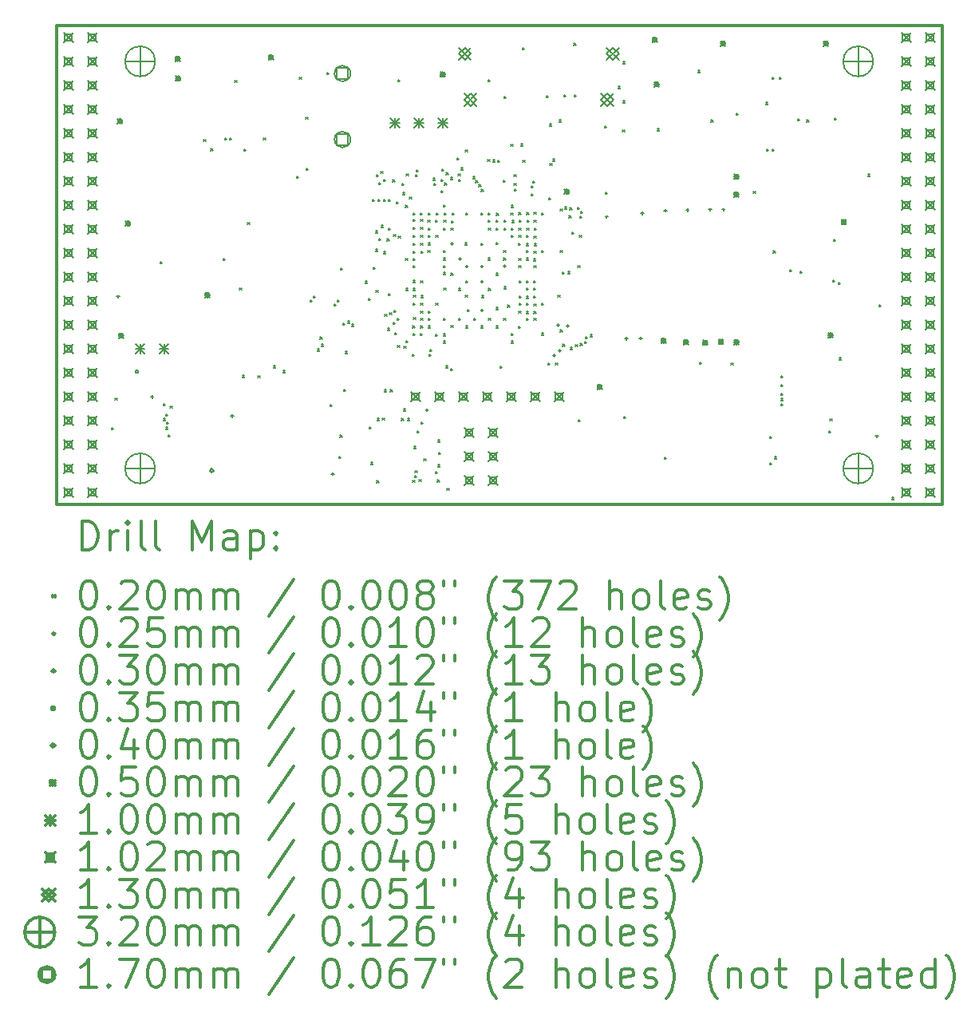
<source format=gbr>
%FSLAX45Y45*%
G04 Gerber Fmt 4.5, Leading zero omitted, Abs format (unit mm)*
G04 Created by KiCad (PCBNEW 5.0.0-rc2+dfsg1-2) date Fri Jun  8 13:29:04 2018*
%MOMM*%
%LPD*%
G01*
G04 APERTURE LIST*
%ADD10C,0.300000*%
%ADD11C,0.200000*%
G04 APERTURE END LIST*
D10*
X9410000Y-6142000D02*
X9410000Y-11222000D01*
X18808000Y-6142000D02*
X9410000Y-6142000D01*
X18808000Y-11222000D02*
X18808000Y-6142000D01*
X9410000Y-11222000D02*
X18808000Y-11222000D01*
D11*
X9998000Y-10410000D02*
X10018000Y-10430000D01*
X10018000Y-10410000D02*
X9998000Y-10430000D01*
X10035000Y-10094400D02*
X10055000Y-10114400D01*
X10055000Y-10094400D02*
X10035000Y-10114400D01*
X10514501Y-8649556D02*
X10534501Y-8669556D01*
X10534501Y-8649556D02*
X10514501Y-8669556D01*
X10545314Y-10310867D02*
X10565314Y-10330867D01*
X10565314Y-10310867D02*
X10545314Y-10330867D01*
X10547276Y-10156132D02*
X10567276Y-10176132D01*
X10567276Y-10156132D02*
X10547276Y-10176132D01*
X10574100Y-10266721D02*
X10594100Y-10286721D01*
X10594100Y-10266721D02*
X10574100Y-10286721D01*
X10574777Y-10403885D02*
X10594777Y-10423885D01*
X10594777Y-10403885D02*
X10574777Y-10423885D01*
X10579048Y-10351357D02*
X10599048Y-10371357D01*
X10599048Y-10351357D02*
X10579048Y-10371357D01*
X10598875Y-10487404D02*
X10618875Y-10507404D01*
X10618875Y-10487404D02*
X10598875Y-10507404D01*
X10617613Y-10179347D02*
X10637613Y-10199347D01*
X10637613Y-10179347D02*
X10617613Y-10199347D01*
X10974000Y-7352000D02*
X10994000Y-7372000D01*
X10994000Y-7352000D02*
X10974000Y-7372000D01*
X11049908Y-7448938D02*
X11069908Y-7468938D01*
X11069908Y-7448938D02*
X11049908Y-7468938D01*
X11179522Y-8615379D02*
X11199522Y-8635379D01*
X11199522Y-8615379D02*
X11179522Y-8635379D01*
X11197485Y-7337442D02*
X11217485Y-7357442D01*
X11217485Y-7337442D02*
X11197485Y-7357442D01*
X11251427Y-7337442D02*
X11271427Y-7357442D01*
X11271427Y-7337442D02*
X11251427Y-7357442D01*
X11305725Y-6724363D02*
X11325725Y-6744363D01*
X11325725Y-6724363D02*
X11305725Y-6744363D01*
X11356061Y-8927572D02*
X11376061Y-8947572D01*
X11376061Y-8927572D02*
X11356061Y-8947572D01*
X11382700Y-9854900D02*
X11402700Y-9874900D01*
X11402700Y-9854900D02*
X11382700Y-9874900D01*
X11400408Y-7451220D02*
X11420408Y-7471220D01*
X11420408Y-7451220D02*
X11400408Y-7471220D01*
X11441393Y-8230943D02*
X11461393Y-8250943D01*
X11461393Y-8230943D02*
X11441393Y-8250943D01*
X11549396Y-9856496D02*
X11569396Y-9876496D01*
X11569396Y-9856496D02*
X11549396Y-9876496D01*
X11609800Y-7337442D02*
X11629800Y-7357442D01*
X11629800Y-7337442D02*
X11609800Y-7357442D01*
X11712900Y-9753301D02*
X11732900Y-9773301D01*
X11732900Y-9753301D02*
X11712900Y-9773301D01*
X11814500Y-9804100D02*
X11834500Y-9824100D01*
X11834500Y-9804100D02*
X11814500Y-9824100D01*
X11959215Y-7739412D02*
X11979215Y-7759412D01*
X11979215Y-7739412D02*
X11959215Y-7759412D01*
X11990800Y-6690800D02*
X12010800Y-6710800D01*
X12010800Y-6690800D02*
X11990800Y-6710800D01*
X12056498Y-7112736D02*
X12076498Y-7132736D01*
X12076498Y-7112736D02*
X12056498Y-7132736D01*
X12063993Y-7659408D02*
X12083993Y-7679408D01*
X12083993Y-7659408D02*
X12063993Y-7679408D01*
X12106600Y-9054800D02*
X12126600Y-9074800D01*
X12126600Y-9054800D02*
X12106600Y-9074800D01*
X12139415Y-9013562D02*
X12159415Y-9033562D01*
X12159415Y-9013562D02*
X12139415Y-9033562D01*
X12182800Y-9575500D02*
X12202800Y-9595500D01*
X12202800Y-9575500D02*
X12182800Y-9595500D01*
X12210364Y-9448538D02*
X12230364Y-9468538D01*
X12230364Y-9448538D02*
X12210364Y-9468538D01*
X12220900Y-9524700D02*
X12240900Y-9544700D01*
X12240900Y-9524700D02*
X12220900Y-9544700D01*
X12282618Y-6643232D02*
X12302618Y-6663232D01*
X12302618Y-6643232D02*
X12282618Y-6663232D01*
X12317388Y-10161592D02*
X12337388Y-10181592D01*
X12337388Y-10161592D02*
X12317388Y-10181592D01*
X12360966Y-9096472D02*
X12380966Y-9116472D01*
X12380966Y-9096472D02*
X12360966Y-9116472D01*
X12391502Y-9053519D02*
X12411502Y-9073519D01*
X12411502Y-9053519D02*
X12391502Y-9073519D01*
X12410242Y-10710764D02*
X12430242Y-10730764D01*
X12430242Y-10710764D02*
X12410242Y-10730764D01*
X12422216Y-10490236D02*
X12442216Y-10510236D01*
X12442216Y-10490236D02*
X12422216Y-10510236D01*
X12426118Y-8717437D02*
X12446118Y-8737437D01*
X12446118Y-8717437D02*
X12426118Y-8737437D01*
X12426118Y-8717437D02*
X12446118Y-8737437D01*
X12446118Y-8717437D02*
X12426118Y-8737437D01*
X12453269Y-9302035D02*
X12473269Y-9322035D01*
X12473269Y-9302035D02*
X12453269Y-9322035D01*
X12460744Y-10002698D02*
X12480744Y-10022698D01*
X12480744Y-10002698D02*
X12460744Y-10022698D01*
X12474902Y-9600287D02*
X12494902Y-9620287D01*
X12494902Y-9600287D02*
X12474902Y-9620287D01*
X12501033Y-9279764D02*
X12521033Y-9299764D01*
X12521033Y-9279764D02*
X12501033Y-9299764D01*
X12542510Y-9313676D02*
X12562510Y-9333676D01*
X12562510Y-9313676D02*
X12542510Y-9333676D01*
X12687018Y-8855931D02*
X12707018Y-8875931D01*
X12707018Y-8855931D02*
X12687018Y-8875931D01*
X12720111Y-9035435D02*
X12740111Y-9055435D01*
X12740111Y-9035435D02*
X12720111Y-9055435D01*
X12731909Y-10397773D02*
X12751909Y-10417773D01*
X12751909Y-10397773D02*
X12731909Y-10417773D01*
X12748660Y-10777504D02*
X12768660Y-10797504D01*
X12768660Y-10777504D02*
X12748660Y-10797504D01*
X12764988Y-7989114D02*
X12784988Y-8009114D01*
X12784988Y-7989114D02*
X12764988Y-8009114D01*
X12771035Y-8708207D02*
X12791035Y-8728207D01*
X12791035Y-8708207D02*
X12771035Y-8728207D01*
X12796207Y-8322888D02*
X12816207Y-8342888D01*
X12816207Y-8322888D02*
X12796207Y-8342888D01*
X12799179Y-8517702D02*
X12819179Y-8537702D01*
X12819179Y-8517702D02*
X12799179Y-8537702D01*
X12803679Y-8951152D02*
X12823679Y-8971152D01*
X12823679Y-8951152D02*
X12803679Y-8971152D01*
X12805201Y-7723267D02*
X12825201Y-7743267D01*
X12825201Y-7723267D02*
X12805201Y-7743267D01*
X12811634Y-10971333D02*
X12831634Y-10991333D01*
X12831634Y-10971333D02*
X12811634Y-10991333D01*
X12814780Y-10310898D02*
X12834780Y-10330898D01*
X12834780Y-10310898D02*
X12814780Y-10330898D01*
X12822879Y-7985310D02*
X12842879Y-8005310D01*
X12842879Y-7985310D02*
X12822879Y-8005310D01*
X12834680Y-7807951D02*
X12854680Y-7827951D01*
X12854680Y-7807951D02*
X12834680Y-7827951D01*
X12835268Y-8401687D02*
X12855268Y-8421687D01*
X12855268Y-8401687D02*
X12835268Y-8421687D01*
X12854493Y-7691566D02*
X12874493Y-7711566D01*
X12874493Y-7691566D02*
X12854493Y-7711566D01*
X12859178Y-8263722D02*
X12879178Y-8283722D01*
X12879178Y-8263722D02*
X12859178Y-8283722D01*
X12870682Y-10308590D02*
X12890682Y-10328590D01*
X12890682Y-10308590D02*
X12870682Y-10328590D01*
X12880857Y-7988548D02*
X12900857Y-8008548D01*
X12900857Y-7988548D02*
X12880857Y-8008548D01*
X12881301Y-8540585D02*
X12901301Y-8560585D01*
X12901301Y-8540585D02*
X12881301Y-8560585D01*
X12886175Y-7777882D02*
X12906175Y-7797882D01*
X12906175Y-7777882D02*
X12886175Y-7797882D01*
X12890520Y-10007480D02*
X12910520Y-10027480D01*
X12910520Y-10007480D02*
X12890520Y-10027480D01*
X12895573Y-9206272D02*
X12915573Y-9226272D01*
X12915573Y-9206272D02*
X12895573Y-9226272D01*
X12920256Y-8405350D02*
X12940256Y-8425350D01*
X12940256Y-8405350D02*
X12920256Y-8425350D01*
X12926203Y-9354578D02*
X12946203Y-9374578D01*
X12946203Y-9354578D02*
X12926203Y-9374578D01*
X12933760Y-7984679D02*
X12953760Y-8004679D01*
X12953760Y-7984679D02*
X12933760Y-8004679D01*
X12934924Y-8983794D02*
X12954924Y-9003794D01*
X12954924Y-8983794D02*
X12934924Y-9003794D01*
X12935809Y-8290406D02*
X12955809Y-8310406D01*
X12955809Y-8290406D02*
X12935809Y-8310406D01*
X12946857Y-9190566D02*
X12966857Y-9210566D01*
X12966857Y-9190566D02*
X12946857Y-9210566D01*
X12956000Y-10005500D02*
X12976000Y-10025500D01*
X12976000Y-10005500D02*
X12956000Y-10025500D01*
X12982095Y-7781082D02*
X13002095Y-7801082D01*
X13002095Y-7781082D02*
X12982095Y-7801082D01*
X12987271Y-9293510D02*
X13007271Y-9313510D01*
X13007271Y-9293510D02*
X12987271Y-9313510D01*
X12989202Y-8359151D02*
X13009202Y-8379151D01*
X13009202Y-8359151D02*
X12989202Y-8379151D01*
X12991955Y-9163298D02*
X13011955Y-9183298D01*
X13011955Y-9163298D02*
X12991955Y-9183298D01*
X13002337Y-9402267D02*
X13022337Y-9422267D01*
X13022337Y-9402267D02*
X13002337Y-9422267D01*
X13017215Y-8013821D02*
X13037215Y-8033821D01*
X13037215Y-8013821D02*
X13017215Y-8033821D01*
X13028454Y-9248473D02*
X13048454Y-9268473D01*
X13048454Y-9248473D02*
X13028454Y-9268473D01*
X13032200Y-9535600D02*
X13052200Y-9555600D01*
X13052200Y-9535600D02*
X13032200Y-9555600D01*
X13033700Y-6718000D02*
X13053700Y-6738000D01*
X13053700Y-6718000D02*
X13033700Y-6738000D01*
X13038793Y-8376986D02*
X13058793Y-8396986D01*
X13058793Y-8376986D02*
X13038793Y-8396986D01*
X13073948Y-10310899D02*
X13093948Y-10330899D01*
X13093948Y-10310899D02*
X13073948Y-10330899D01*
X13077859Y-7815329D02*
X13097859Y-7835329D01*
X13097859Y-7815329D02*
X13077859Y-7835329D01*
X13085264Y-7914901D02*
X13105264Y-7934901D01*
X13105264Y-7914901D02*
X13085264Y-7934901D01*
X13093907Y-10208700D02*
X13113907Y-10228700D01*
X13113907Y-10208700D02*
X13093907Y-10228700D01*
X13098471Y-9546418D02*
X13118471Y-9566418D01*
X13118471Y-9546418D02*
X13098471Y-9566418D01*
X13116430Y-8612711D02*
X13136430Y-8632711D01*
X13136430Y-8612711D02*
X13116430Y-8632711D01*
X13116518Y-8052178D02*
X13136518Y-8072178D01*
X13136518Y-8052178D02*
X13116518Y-8072178D01*
X13117950Y-8930733D02*
X13137950Y-8950733D01*
X13137950Y-8930733D02*
X13117950Y-8950733D01*
X13121616Y-9485914D02*
X13141616Y-9505914D01*
X13141616Y-9485914D02*
X13121616Y-9505914D01*
X13125345Y-7716470D02*
X13145345Y-7736470D01*
X13145345Y-7716470D02*
X13125345Y-7736470D01*
X13135385Y-10310829D02*
X13155385Y-10330829D01*
X13155385Y-10310829D02*
X13135385Y-10330829D01*
X13157757Y-7959799D02*
X13177757Y-7979799D01*
X13177757Y-7959799D02*
X13157757Y-7979799D01*
X13188633Y-9630479D02*
X13208633Y-9650479D01*
X13208633Y-9630479D02*
X13188633Y-9650479D01*
X13192441Y-10966678D02*
X13212441Y-10986678D01*
X13212441Y-10966678D02*
X13192441Y-10986678D01*
X13193199Y-9330000D02*
X13213199Y-9350000D01*
X13213199Y-9330000D02*
X13193199Y-9350000D01*
X13197562Y-8931064D02*
X13217562Y-8951064D01*
X13217562Y-8931064D02*
X13197562Y-8951064D01*
X13197734Y-9090201D02*
X13217734Y-9110201D01*
X13217734Y-9090201D02*
X13197734Y-9110201D01*
X13197902Y-8284734D02*
X13217902Y-8304734D01*
X13217902Y-8284734D02*
X13197902Y-8304734D01*
X13197999Y-8200333D02*
X13217999Y-8220333D01*
X13217999Y-8200333D02*
X13197999Y-8220333D01*
X13198000Y-8690000D02*
X13218000Y-8710000D01*
X13218000Y-8690000D02*
X13198000Y-8710000D01*
X13198000Y-9410000D02*
X13218000Y-9430000D01*
X13218000Y-9410000D02*
X13198000Y-9430000D01*
X13198303Y-8616041D02*
X13218303Y-8636041D01*
X13218303Y-8616041D02*
X13198303Y-8636041D01*
X13198368Y-8369136D02*
X13218368Y-8389136D01*
X13218368Y-8369136D02*
X13198368Y-8389136D01*
X13198405Y-8845827D02*
X13218405Y-8865827D01*
X13218405Y-8845827D02*
X13198405Y-8865827D01*
X13198801Y-8130801D02*
X13218801Y-8150801D01*
X13218801Y-8130801D02*
X13198801Y-8150801D01*
X13198979Y-8537938D02*
X13218979Y-8557938D01*
X13218979Y-8537938D02*
X13198979Y-8557938D01*
X13199289Y-8453537D02*
X13219289Y-8473537D01*
X13219289Y-8453537D02*
X13199289Y-8473537D01*
X13200000Y-9005799D02*
X13220000Y-9025799D01*
X13220000Y-9005799D02*
X13200000Y-9025799D01*
X13201075Y-9242748D02*
X13221075Y-9262748D01*
X13221075Y-9242748D02*
X13201075Y-9262748D01*
X13206286Y-10608587D02*
X13226286Y-10628587D01*
X13226286Y-10608587D02*
X13206286Y-10628587D01*
X13211973Y-10917729D02*
X13231973Y-10937729D01*
X13231973Y-10917729D02*
X13211973Y-10937729D01*
X13218587Y-10865445D02*
X13238587Y-10885445D01*
X13238587Y-10865445D02*
X13218587Y-10885445D01*
X13220903Y-7724256D02*
X13240903Y-7744256D01*
X13240903Y-7724256D02*
X13220903Y-7744256D01*
X13232873Y-7672932D02*
X13252873Y-7692932D01*
X13252873Y-7672932D02*
X13232873Y-7692932D01*
X13236800Y-10440341D02*
X13256800Y-10460341D01*
X13256800Y-10440341D02*
X13236800Y-10460341D01*
X13260800Y-10958000D02*
X13280800Y-10978000D01*
X13280800Y-10958000D02*
X13260800Y-10978000D01*
X13272048Y-8130098D02*
X13292048Y-8150098D01*
X13292048Y-8130098D02*
X13272048Y-8150098D01*
X13274623Y-9409707D02*
X13294623Y-9429707D01*
X13294623Y-9409707D02*
X13274623Y-9429707D01*
X13277261Y-8284735D02*
X13297261Y-8304735D01*
X13297261Y-8284735D02*
X13277261Y-8304735D01*
X13278000Y-8200334D02*
X13298000Y-8220334D01*
X13298000Y-8200334D02*
X13278000Y-8220334D01*
X13278000Y-8850000D02*
X13298000Y-8870000D01*
X13298000Y-8850000D02*
X13278000Y-8870000D01*
X13278000Y-9090000D02*
X13298000Y-9110000D01*
X13298000Y-9090000D02*
X13278000Y-9110000D01*
X13278000Y-9170000D02*
X13298000Y-9190000D01*
X13298000Y-9170000D02*
X13278000Y-9190000D01*
X13278000Y-9250000D02*
X13298000Y-9270000D01*
X13298000Y-9250000D02*
X13278000Y-9270000D01*
X13278000Y-9330000D02*
X13298000Y-9350000D01*
X13298000Y-9330000D02*
X13278000Y-9350000D01*
X13278175Y-8369136D02*
X13298175Y-8389136D01*
X13298175Y-8369136D02*
X13278175Y-8389136D01*
X13278218Y-8453537D02*
X13298218Y-8473537D01*
X13298218Y-8453537D02*
X13278218Y-8473537D01*
X13279688Y-8536938D02*
X13299688Y-8556938D01*
X13299688Y-8536938D02*
X13279688Y-8556938D01*
X13280000Y-9008000D02*
X13300000Y-9028000D01*
X13300000Y-9008000D02*
X13280000Y-9028000D01*
X13282849Y-10350134D02*
X13302849Y-10370134D01*
X13302849Y-10350134D02*
X13282849Y-10370134D01*
X13311600Y-10736500D02*
X13331600Y-10756500D01*
X13331600Y-10736500D02*
X13311600Y-10756500D01*
X13352314Y-8526642D02*
X13372314Y-8546642D01*
X13372314Y-8526642D02*
X13352314Y-8546642D01*
X13354839Y-8209060D02*
X13374839Y-8229060D01*
X13374839Y-8209060D02*
X13354839Y-8229060D01*
X13356449Y-8131468D02*
X13376449Y-8151468D01*
X13376449Y-8131468D02*
X13356449Y-8151468D01*
X13357194Y-8449520D02*
X13377194Y-8469520D01*
X13377194Y-8449520D02*
X13357194Y-8469520D01*
X13358000Y-8290000D02*
X13378000Y-8310000D01*
X13378000Y-8290000D02*
X13358000Y-8310000D01*
X13358000Y-8370000D02*
X13378000Y-8390000D01*
X13378000Y-8370000D02*
X13358000Y-8390000D01*
X13358000Y-9170000D02*
X13378000Y-9190000D01*
X13378000Y-9170000D02*
X13358000Y-9190000D01*
X13358000Y-9250000D02*
X13378000Y-9270000D01*
X13378000Y-9250000D02*
X13358000Y-9270000D01*
X13358548Y-9330230D02*
X13378548Y-9350230D01*
X13378548Y-9330230D02*
X13358548Y-9350230D01*
X13366285Y-9629515D02*
X13386285Y-9649515D01*
X13386285Y-9629515D02*
X13366285Y-9649515D01*
X13375239Y-9577580D02*
X13395239Y-9597580D01*
X13395239Y-9577580D02*
X13375239Y-9597580D01*
X13407730Y-7762109D02*
X13427730Y-7782109D01*
X13427730Y-7762109D02*
X13407730Y-7782109D01*
X13415018Y-7815381D02*
X13435018Y-7835381D01*
X13435018Y-7815381D02*
X13415018Y-7835381D01*
X13433398Y-8208015D02*
X13453398Y-8228015D01*
X13453398Y-8208015D02*
X13433398Y-8228015D01*
X13435582Y-9416717D02*
X13455582Y-9436717D01*
X13455582Y-9416717D02*
X13435582Y-9436717D01*
X13436400Y-10874197D02*
X13456400Y-10894197D01*
X13456400Y-10874197D02*
X13436400Y-10894197D01*
X13438000Y-8370000D02*
X13458000Y-8390000D01*
X13458000Y-8370000D02*
X13438000Y-8390000D01*
X13438000Y-9090000D02*
X13458000Y-9110000D01*
X13458000Y-9090000D02*
X13438000Y-9110000D01*
X13440850Y-8130675D02*
X13460850Y-8150675D01*
X13460850Y-8130675D02*
X13440850Y-8150675D01*
X13453687Y-10961995D02*
X13473687Y-10981995D01*
X13473687Y-10961995D02*
X13453687Y-10981995D01*
X13457587Y-10803159D02*
X13477587Y-10823159D01*
X13477587Y-10803159D02*
X13457587Y-10823159D01*
X13460735Y-10540845D02*
X13480735Y-10560845D01*
X13480735Y-10540845D02*
X13460735Y-10560845D01*
X13465065Y-10671051D02*
X13485065Y-10691051D01*
X13485065Y-10671051D02*
X13465065Y-10691051D01*
X13492132Y-7892495D02*
X13512132Y-7912495D01*
X13512132Y-7892495D02*
X13492132Y-7912495D01*
X13493478Y-7773120D02*
X13513478Y-7793120D01*
X13513478Y-7773120D02*
X13493478Y-7793120D01*
X13502968Y-7663013D02*
X13522968Y-7683013D01*
X13522968Y-7663013D02*
X13502968Y-7683013D01*
X13516300Y-8762700D02*
X13536300Y-8782700D01*
X13536300Y-8762700D02*
X13516300Y-8782700D01*
X13518000Y-8292201D02*
X13538000Y-8312201D01*
X13538000Y-8292201D02*
X13518000Y-8312201D01*
X13518000Y-8530000D02*
X13538000Y-8550000D01*
X13538000Y-8530000D02*
X13518000Y-8550000D01*
X13518000Y-8610000D02*
X13538000Y-8630000D01*
X13538000Y-8610000D02*
X13518000Y-8630000D01*
X13518000Y-8690000D02*
X13538000Y-8710000D01*
X13538000Y-8690000D02*
X13518000Y-8710000D01*
X13518000Y-9250000D02*
X13538000Y-9270000D01*
X13538000Y-9250000D02*
X13518000Y-9270000D01*
X13518128Y-8048312D02*
X13538128Y-8068312D01*
X13538128Y-8048312D02*
X13518128Y-8068312D01*
X13518463Y-9488530D02*
X13538463Y-9508530D01*
X13538463Y-9488530D02*
X13518463Y-9508530D01*
X13518862Y-9412562D02*
X13538862Y-9432562D01*
X13538862Y-9412562D02*
X13518862Y-9432562D01*
X13521538Y-8209385D02*
X13541538Y-8229385D01*
X13541538Y-8209385D02*
X13521538Y-8229385D01*
X13524276Y-8928163D02*
X13544276Y-8948163D01*
X13544276Y-8928163D02*
X13524276Y-8948163D01*
X13525957Y-8129544D02*
X13545957Y-8149544D01*
X13545957Y-8129544D02*
X13525957Y-8149544D01*
X13531439Y-7812965D02*
X13551439Y-7832965D01*
X13551439Y-7812965D02*
X13531439Y-7832965D01*
X13541700Y-9753300D02*
X13561700Y-9773300D01*
X13561700Y-9753300D02*
X13541700Y-9773300D01*
X13548770Y-7704070D02*
X13568770Y-7724070D01*
X13568770Y-7704070D02*
X13548770Y-7724070D01*
X13555656Y-11051071D02*
X13575656Y-11071071D01*
X13575656Y-11051071D02*
X13555656Y-11071071D01*
X13594882Y-7754550D02*
X13614882Y-7774550D01*
X13614882Y-7754550D02*
X13594882Y-7774550D01*
X13595027Y-9781423D02*
X13615027Y-9801423D01*
X13615027Y-9781423D02*
X13595027Y-9801423D01*
X13598000Y-8290000D02*
X13618000Y-8310000D01*
X13618000Y-8290000D02*
X13598000Y-8310000D01*
X13598000Y-8770000D02*
X13618000Y-8790000D01*
X13618000Y-8770000D02*
X13598000Y-8790000D01*
X13599596Y-9326965D02*
X13619596Y-9346965D01*
X13619596Y-9326965D02*
X13599596Y-9346965D01*
X13602455Y-8216004D02*
X13622455Y-8236004D01*
X13622455Y-8216004D02*
X13602455Y-8236004D01*
X13613334Y-8133723D02*
X13633334Y-8153723D01*
X13633334Y-8133723D02*
X13613334Y-8153723D01*
X13664259Y-7547941D02*
X13684259Y-7567941D01*
X13684259Y-7547941D02*
X13664259Y-7567941D01*
X13676320Y-7718760D02*
X13696320Y-7738760D01*
X13696320Y-7718760D02*
X13676320Y-7738760D01*
X13678000Y-8930000D02*
X13698000Y-8950000D01*
X13698000Y-8930000D02*
X13678000Y-8950000D01*
X13678000Y-9250000D02*
X13698000Y-9270000D01*
X13698000Y-9250000D02*
X13678000Y-9270000D01*
X13679461Y-7776107D02*
X13699461Y-7796107D01*
X13699461Y-7776107D02*
X13679461Y-7796107D01*
X13707437Y-7652487D02*
X13727437Y-7672487D01*
X13727437Y-7652487D02*
X13707437Y-7672487D01*
X13745078Y-8447729D02*
X13765078Y-8467729D01*
X13765078Y-8447729D02*
X13745078Y-8467729D01*
X13752489Y-9002290D02*
X13772489Y-9022290D01*
X13772489Y-9002290D02*
X13752489Y-9022290D01*
X13752520Y-7459680D02*
X13772520Y-7479680D01*
X13772520Y-7459680D02*
X13752520Y-7479680D01*
X13758000Y-8130000D02*
X13778000Y-8150000D01*
X13778000Y-8130000D02*
X13758000Y-8150000D01*
X13758000Y-8850000D02*
X13778000Y-8870000D01*
X13778000Y-8850000D02*
X13758000Y-8870000D01*
X13758000Y-9330000D02*
X13778000Y-9350000D01*
X13778000Y-9330000D02*
X13758000Y-9350000D01*
X13770300Y-9156400D02*
X13790300Y-9176400D01*
X13790300Y-9156400D02*
X13770300Y-9176400D01*
X13830592Y-7745154D02*
X13850592Y-7765154D01*
X13850592Y-7745154D02*
X13830592Y-7765154D01*
X13838000Y-9250000D02*
X13858000Y-9270000D01*
X13858000Y-9250000D02*
X13838000Y-9270000D01*
X13862293Y-7788159D02*
X13882293Y-7808159D01*
X13882293Y-7788159D02*
X13862293Y-7808159D01*
X13893994Y-7831909D02*
X13913994Y-7851909D01*
X13913994Y-7831909D02*
X13893994Y-7851909D01*
X13917252Y-8451135D02*
X13937252Y-8471135D01*
X13937252Y-8451135D02*
X13917252Y-8471135D01*
X13918000Y-8130000D02*
X13938000Y-8150000D01*
X13938000Y-8130000D02*
X13918000Y-8150000D01*
X13918000Y-9330000D02*
X13938000Y-9350000D01*
X13938000Y-9330000D02*
X13918000Y-9350000D01*
X13921466Y-7881869D02*
X13941466Y-7901869D01*
X13941466Y-7881869D02*
X13921466Y-7901869D01*
X13922232Y-9006404D02*
X13942232Y-9026404D01*
X13942232Y-9006404D02*
X13922232Y-9026404D01*
X13989274Y-7564800D02*
X14009274Y-7584800D01*
X14009274Y-7564800D02*
X13989274Y-7584800D01*
X13991460Y-8609297D02*
X14011460Y-8629297D01*
X14011460Y-8609297D02*
X13991460Y-8629297D01*
X13992898Y-8130000D02*
X14012898Y-8150000D01*
X14012898Y-8130000D02*
X13992898Y-8150000D01*
X13992898Y-8210000D02*
X14012898Y-8230000D01*
X14012898Y-8210000D02*
X13992898Y-8230000D01*
X13993243Y-6718693D02*
X14013243Y-6738693D01*
X14013243Y-6718693D02*
X13993243Y-6738693D01*
X13996000Y-8292000D02*
X14016000Y-8312000D01*
X14016000Y-8292000D02*
X13996000Y-8312000D01*
X13998000Y-8930000D02*
X14018000Y-8950000D01*
X14018000Y-8930000D02*
X13998000Y-8950000D01*
X13998000Y-9250000D02*
X14018000Y-9270000D01*
X14018000Y-9250000D02*
X13998000Y-9270000D01*
X14041773Y-7569399D02*
X14061773Y-7589399D01*
X14061773Y-7569399D02*
X14041773Y-7589399D01*
X14076133Y-8294127D02*
X14096133Y-8314127D01*
X14096133Y-8294127D02*
X14076133Y-8314127D01*
X14077299Y-8207716D02*
X14097299Y-8227716D01*
X14097299Y-8207716D02*
X14077299Y-8227716D01*
X14077419Y-9133335D02*
X14097419Y-9153335D01*
X14097419Y-9133335D02*
X14077419Y-9153335D01*
X14077693Y-8445254D02*
X14097693Y-8465254D01*
X14097693Y-8445254D02*
X14077693Y-8465254D01*
X14078000Y-9330000D02*
X14098000Y-9350000D01*
X14098000Y-9330000D02*
X14078000Y-9350000D01*
X14079623Y-8771623D02*
X14099623Y-8791623D01*
X14099623Y-8771623D02*
X14079623Y-8791623D01*
X14082264Y-8134744D02*
X14102264Y-8154744D01*
X14102264Y-8134744D02*
X14082264Y-8154744D01*
X14094211Y-7574661D02*
X14114211Y-7594661D01*
X14114211Y-7574661D02*
X14094211Y-7594661D01*
X14118066Y-9754201D02*
X14138066Y-9774201D01*
X14138066Y-9754201D02*
X14118066Y-9774201D01*
X14152481Y-7781450D02*
X14172481Y-7801450D01*
X14172481Y-7781450D02*
X14152481Y-7801450D01*
X14158000Y-8530000D02*
X14178000Y-8550000D01*
X14178000Y-8530000D02*
X14158000Y-8550000D01*
X14158000Y-8610000D02*
X14178000Y-8630000D01*
X14178000Y-8610000D02*
X14158000Y-8630000D01*
X14158000Y-9250000D02*
X14178000Y-9270000D01*
X14178000Y-9250000D02*
X14158000Y-9270000D01*
X14162701Y-8209494D02*
X14182701Y-8229494D01*
X14182701Y-8209494D02*
X14162701Y-8229494D01*
X14162701Y-8289887D02*
X14182701Y-8309887D01*
X14182701Y-8289887D02*
X14162701Y-8309887D01*
X14164000Y-8915099D02*
X14184000Y-8935099D01*
X14184000Y-8915099D02*
X14164000Y-8935099D01*
X14164285Y-6893836D02*
X14184285Y-6913836D01*
X14184285Y-6893836D02*
X14164285Y-6913836D01*
X14200722Y-9110102D02*
X14220722Y-9130102D01*
X14220722Y-9110102D02*
X14200722Y-9130102D01*
X14233699Y-7403800D02*
X14253699Y-7423800D01*
X14253699Y-7403800D02*
X14233699Y-7423800D01*
X14235032Y-8132000D02*
X14255032Y-8152000D01*
X14255032Y-8132000D02*
X14235032Y-8152000D01*
X14236000Y-8052000D02*
X14256000Y-8072000D01*
X14256000Y-8052000D02*
X14236000Y-8072000D01*
X14236000Y-8292000D02*
X14256000Y-8312000D01*
X14256000Y-8292000D02*
X14236000Y-8312000D01*
X14238000Y-8370000D02*
X14258000Y-8390000D01*
X14258000Y-8370000D02*
X14238000Y-8390000D01*
X14238000Y-9410000D02*
X14258000Y-9430000D01*
X14258000Y-9410000D02*
X14238000Y-9430000D01*
X14238000Y-9490000D02*
X14258000Y-9510000D01*
X14258000Y-9490000D02*
X14238000Y-9510000D01*
X14247102Y-8210435D02*
X14267102Y-8230435D01*
X14267102Y-8210435D02*
X14247102Y-8230435D01*
X14268441Y-7818307D02*
X14288441Y-7838307D01*
X14288441Y-7818307D02*
X14268441Y-7838307D01*
X14268583Y-7724192D02*
X14288583Y-7744192D01*
X14288583Y-7724192D02*
X14268583Y-7744192D01*
X14271130Y-7874603D02*
X14291130Y-7894603D01*
X14291130Y-7874603D02*
X14271130Y-7894603D01*
X14316000Y-8452000D02*
X14336000Y-8472000D01*
X14336000Y-8452000D02*
X14316000Y-8472000D01*
X14316969Y-9331491D02*
X14336969Y-9351491D01*
X14336969Y-9331491D02*
X14316969Y-9351491D01*
X14318000Y-8370000D02*
X14338000Y-8390000D01*
X14338000Y-8370000D02*
X14318000Y-8390000D01*
X14318000Y-8690000D02*
X14338000Y-8710000D01*
X14338000Y-8690000D02*
X14318000Y-8710000D01*
X14318000Y-9170000D02*
X14338000Y-9190000D01*
X14338000Y-9170000D02*
X14318000Y-9190000D01*
X14318740Y-8294201D02*
X14338740Y-8314201D01*
X14338740Y-8294201D02*
X14318740Y-8314201D01*
X14319433Y-8127729D02*
X14339433Y-8147729D01*
X14339433Y-8127729D02*
X14319433Y-8147729D01*
X14320000Y-8612000D02*
X14340000Y-8632000D01*
X14340000Y-8612000D02*
X14320000Y-8632000D01*
X14322201Y-8849503D02*
X14342201Y-8869503D01*
X14342201Y-8849503D02*
X14322201Y-8869503D01*
X14322201Y-9010195D02*
X14342201Y-9030195D01*
X14342201Y-9010195D02*
X14322201Y-9030195D01*
X14322201Y-9090066D02*
X14342201Y-9110066D01*
X14342201Y-9090066D02*
X14322201Y-9110066D01*
X14323265Y-8209799D02*
X14343265Y-8229799D01*
X14343265Y-8209799D02*
X14323265Y-8229799D01*
X14341800Y-7397450D02*
X14361800Y-7417450D01*
X14361800Y-7397450D02*
X14341800Y-7417450D01*
X14355067Y-6376252D02*
X14375067Y-6396252D01*
X14375067Y-6376252D02*
X14355067Y-6396252D01*
X14360888Y-7571730D02*
X14380888Y-7591730D01*
X14380888Y-7571730D02*
X14360888Y-7591730D01*
X14396483Y-9177765D02*
X14416483Y-9197765D01*
X14416483Y-9177765D02*
X14396483Y-9197765D01*
X14397624Y-8929530D02*
X14417624Y-8949530D01*
X14417624Y-8929530D02*
X14397624Y-8949530D01*
X14397701Y-9016697D02*
X14417701Y-9036697D01*
X14417701Y-9016697D02*
X14397701Y-9036697D01*
X14398000Y-8610000D02*
X14418000Y-8630000D01*
X14418000Y-8610000D02*
X14398000Y-8630000D01*
X14398000Y-9085650D02*
X14418000Y-9105650D01*
X14418000Y-9085650D02*
X14398000Y-9105650D01*
X14398283Y-8848451D02*
X14418283Y-8868451D01*
X14418283Y-8848451D02*
X14398283Y-8868451D01*
X14400201Y-8529722D02*
X14420201Y-8549722D01*
X14420201Y-8529722D02*
X14400201Y-8549722D01*
X14400319Y-8367799D02*
X14420319Y-8387799D01*
X14420319Y-8367799D02*
X14400319Y-8387799D01*
X14400350Y-8456040D02*
X14420350Y-8476040D01*
X14420350Y-8456040D02*
X14400350Y-8476040D01*
X14401325Y-9248876D02*
X14421325Y-9268876D01*
X14421325Y-9248876D02*
X14401325Y-9268876D01*
X14403141Y-8290000D02*
X14423141Y-8310000D01*
X14423141Y-8290000D02*
X14403141Y-8310000D01*
X14403835Y-8128377D02*
X14423835Y-8148377D01*
X14423835Y-8128377D02*
X14403835Y-8148377D01*
X14407666Y-8210000D02*
X14427666Y-8230000D01*
X14427666Y-8210000D02*
X14407666Y-8230000D01*
X14450634Y-7841735D02*
X14470634Y-7861735D01*
X14470634Y-7841735D02*
X14450634Y-7861735D01*
X14450634Y-7926136D02*
X14470634Y-7946136D01*
X14470634Y-7926136D02*
X14450634Y-7946136D01*
X14469153Y-7792394D02*
X14489153Y-7812394D01*
X14489153Y-7792394D02*
X14469153Y-7812394D01*
X14475676Y-8924990D02*
X14495676Y-8944990D01*
X14495676Y-8924990D02*
X14475676Y-8944990D01*
X14476724Y-9009392D02*
X14496724Y-9029392D01*
X14496724Y-9009392D02*
X14476724Y-9029392D01*
X14477515Y-8619275D02*
X14497515Y-8639275D01*
X14497515Y-8619275D02*
X14477515Y-8639275D01*
X14477765Y-8852201D02*
X14497765Y-8872201D01*
X14497765Y-8852201D02*
X14477765Y-8872201D01*
X14478235Y-9247799D02*
X14498235Y-9267799D01*
X14498235Y-9247799D02*
X14478235Y-9267799D01*
X14478778Y-8123192D02*
X14498778Y-8143192D01*
X14498778Y-8123192D02*
X14478778Y-8143192D01*
X14478812Y-8207593D02*
X14498812Y-8227593D01*
X14498812Y-8207593D02*
X14478812Y-8227593D01*
X14478935Y-8534874D02*
X14498935Y-8554874D01*
X14498935Y-8534874D02*
X14478935Y-8554874D01*
X14479160Y-9178194D02*
X14499160Y-9198194D01*
X14499160Y-9178194D02*
X14479160Y-9198194D01*
X14479432Y-8687756D02*
X14499432Y-8707756D01*
X14499432Y-8687756D02*
X14479432Y-8707756D01*
X14479670Y-8376395D02*
X14499670Y-8396395D01*
X14499670Y-8376395D02*
X14479670Y-8396395D01*
X14480294Y-9093793D02*
X14500294Y-9113793D01*
X14500294Y-9093793D02*
X14480294Y-9113793D01*
X14481241Y-8455796D02*
X14501241Y-8475796D01*
X14501241Y-8455796D02*
X14481241Y-8475796D01*
X14481689Y-8291994D02*
X14501689Y-8311994D01*
X14501689Y-8291994D02*
X14481689Y-8311994D01*
X14557281Y-8529606D02*
X14577281Y-8549606D01*
X14577281Y-8529606D02*
X14557281Y-8549606D01*
X14558000Y-8130512D02*
X14578000Y-8150512D01*
X14578000Y-8130512D02*
X14558000Y-8150512D01*
X14558739Y-9089665D02*
X14578739Y-9109665D01*
X14578739Y-9089665D02*
X14558739Y-9109665D01*
X14559124Y-9406675D02*
X14579124Y-9426675D01*
X14579124Y-9406675D02*
X14559124Y-9426675D01*
X14613342Y-6884608D02*
X14633342Y-6904608D01*
X14633342Y-6884608D02*
X14613342Y-6904608D01*
X14629479Y-9723392D02*
X14649479Y-9743392D01*
X14649479Y-9723392D02*
X14629479Y-9743392D01*
X14638141Y-7971938D02*
X14658141Y-7991938D01*
X14658141Y-7971938D02*
X14638141Y-7991938D01*
X14646600Y-7187900D02*
X14666600Y-7207900D01*
X14666600Y-7187900D02*
X14646600Y-7207900D01*
X14648744Y-7607406D02*
X14668744Y-7627406D01*
X14668744Y-7607406D02*
X14648744Y-7627406D01*
X14680980Y-7560789D02*
X14700980Y-7580789D01*
X14700980Y-7560789D02*
X14680980Y-7580789D01*
X14707598Y-9723392D02*
X14727598Y-9743392D01*
X14727598Y-9723392D02*
X14707598Y-9743392D01*
X14733095Y-9001248D02*
X14753095Y-9021248D01*
X14753095Y-9001248D02*
X14733095Y-9021248D01*
X14748200Y-7143450D02*
X14768200Y-7163450D01*
X14768200Y-7143450D02*
X14748200Y-7163450D01*
X14758739Y-8527409D02*
X14778739Y-8547409D01*
X14778739Y-8527409D02*
X14758739Y-8547409D01*
X14758831Y-8088311D02*
X14778831Y-8108311D01*
X14778831Y-8088311D02*
X14758831Y-8108311D01*
X14760000Y-9372000D02*
X14780000Y-9392000D01*
X14780000Y-9372000D02*
X14760000Y-9392000D01*
X14781079Y-8758342D02*
X14801079Y-8778342D01*
X14801079Y-8758342D02*
X14781079Y-8778342D01*
X14782886Y-9523902D02*
X14802886Y-9543902D01*
X14802886Y-9523902D02*
X14782886Y-9543902D01*
X14799000Y-6876750D02*
X14819000Y-6896750D01*
X14819000Y-6876750D02*
X14799000Y-6896750D01*
X14807525Y-8068155D02*
X14827525Y-8088155D01*
X14827525Y-8068155D02*
X14807525Y-8088155D01*
X14838354Y-8752346D02*
X14858354Y-8772346D01*
X14858354Y-8752346D02*
X14838354Y-8772346D01*
X14851066Y-8160586D02*
X14871066Y-8180586D01*
X14871066Y-8160586D02*
X14851066Y-8180586D01*
X14859611Y-8076185D02*
X14879611Y-8096185D01*
X14879611Y-8076185D02*
X14859611Y-8096185D01*
X14864798Y-9556963D02*
X14884798Y-9576963D01*
X14884798Y-9556963D02*
X14864798Y-9576963D01*
X14882151Y-8334201D02*
X14902151Y-8354201D01*
X14902151Y-8334201D02*
X14882151Y-8354201D01*
X14903412Y-6332405D02*
X14923412Y-6352405D01*
X14923412Y-6332405D02*
X14903412Y-6352405D01*
X14906950Y-6876750D02*
X14926950Y-6896750D01*
X14926950Y-6876750D02*
X14906950Y-6896750D01*
X14918439Y-9527799D02*
X14938439Y-9547799D01*
X14938439Y-9527799D02*
X14918439Y-9547799D01*
X14942722Y-8073801D02*
X14962722Y-8093801D01*
X14962722Y-8073801D02*
X14942722Y-8093801D01*
X14945314Y-8688944D02*
X14965314Y-8708944D01*
X14965314Y-8688944D02*
X14945314Y-8708944D01*
X14947728Y-10322085D02*
X14967728Y-10342085D01*
X14967728Y-10322085D02*
X14947728Y-10342085D01*
X14963249Y-8370769D02*
X14983249Y-8390769D01*
X14983249Y-8370769D02*
X14963249Y-8390769D01*
X14968729Y-8167499D02*
X14988729Y-8187499D01*
X14988729Y-8167499D02*
X14968729Y-8187499D01*
X14969589Y-9515108D02*
X14989589Y-9535108D01*
X14989589Y-9515108D02*
X14969589Y-9535108D01*
X14975319Y-8115211D02*
X14995319Y-8135211D01*
X14995319Y-8115211D02*
X14975319Y-8135211D01*
X15017890Y-9494025D02*
X15037890Y-9514025D01*
X15037890Y-9494025D02*
X15017890Y-9514025D01*
X15024597Y-9441753D02*
X15044597Y-9461753D01*
X15044597Y-9441753D02*
X15024597Y-9461753D01*
X15078921Y-9423257D02*
X15098921Y-9443257D01*
X15098921Y-9423257D02*
X15078921Y-9443257D01*
X15230800Y-7206950D02*
X15250800Y-7226950D01*
X15250800Y-7206950D02*
X15230800Y-7226950D01*
X15239707Y-7909347D02*
X15259707Y-7929347D01*
X15259707Y-7909347D02*
X15239707Y-7929347D01*
X15370500Y-6789627D02*
X15390500Y-6809627D01*
X15390500Y-6789627D02*
X15370500Y-6809627D01*
X15419800Y-7249600D02*
X15439800Y-7269600D01*
X15439800Y-7249600D02*
X15419800Y-7269600D01*
X15421300Y-6527500D02*
X15441300Y-6547500D01*
X15441300Y-6527500D02*
X15421300Y-6547500D01*
X15421300Y-6940250D02*
X15441300Y-6960250D01*
X15441300Y-6940250D02*
X15421300Y-6960250D01*
X15432558Y-10288777D02*
X15452558Y-10308777D01*
X15452558Y-10288777D02*
X15432558Y-10308777D01*
X15789600Y-7238700D02*
X15809600Y-7258700D01*
X15809600Y-7238700D02*
X15789600Y-7258700D01*
X15861665Y-10722518D02*
X15881665Y-10742518D01*
X15881665Y-10722518D02*
X15861665Y-10742518D01*
X16217147Y-6618496D02*
X16237147Y-6638496D01*
X16237147Y-6618496D02*
X16217147Y-6638496D01*
X16234100Y-9717000D02*
X16254100Y-9737000D01*
X16254100Y-9717000D02*
X16234100Y-9737000D01*
X16360322Y-7144216D02*
X16380322Y-7164216D01*
X16380322Y-7144216D02*
X16360322Y-7164216D01*
X16570337Y-9724488D02*
X16590337Y-9744488D01*
X16590337Y-9724488D02*
X16570337Y-9744488D01*
X16625348Y-7073546D02*
X16645348Y-7093546D01*
X16645348Y-7073546D02*
X16625348Y-7093546D01*
X16806644Y-7900804D02*
X16826644Y-7920804D01*
X16826644Y-7900804D02*
X16806644Y-7920804D01*
X16941704Y-6958649D02*
X16961704Y-6978649D01*
X16961704Y-6958649D02*
X16941704Y-6978649D01*
X16945300Y-7454600D02*
X16965300Y-7474600D01*
X16965300Y-7454600D02*
X16945300Y-7474600D01*
X16983400Y-10502600D02*
X17003400Y-10522600D01*
X17003400Y-10502600D02*
X16983400Y-10522600D01*
X16983400Y-10782000D02*
X17003400Y-10802000D01*
X17003400Y-10782000D02*
X16983400Y-10802000D01*
X17008800Y-6692600D02*
X17028800Y-6712600D01*
X17028800Y-6692600D02*
X17008800Y-6712600D01*
X17008800Y-7454600D02*
X17028800Y-7474600D01*
X17028800Y-7454600D02*
X17008800Y-7474600D01*
X17020954Y-8534153D02*
X17040954Y-8554153D01*
X17040954Y-8534153D02*
X17020954Y-8554153D01*
X17031101Y-10718620D02*
X17051101Y-10738620D01*
X17051101Y-10718620D02*
X17031101Y-10738620D01*
X17085000Y-6692600D02*
X17105000Y-6712600D01*
X17105000Y-6692600D02*
X17085000Y-6712600D01*
X17098912Y-9856600D02*
X17118912Y-9876600D01*
X17118912Y-9856600D02*
X17098912Y-9876600D01*
X17098912Y-9951966D02*
X17118912Y-9971966D01*
X17118912Y-9951966D02*
X17098912Y-9971966D01*
X17098912Y-10045982D02*
X17118912Y-10065982D01*
X17118912Y-10045982D02*
X17098912Y-10065982D01*
X17098912Y-10098683D02*
X17118912Y-10118683D01*
X17118912Y-10098683D02*
X17098912Y-10118683D01*
X17098912Y-10155324D02*
X17118912Y-10175324D01*
X17118912Y-10155324D02*
X17098912Y-10175324D01*
X17194707Y-8733845D02*
X17214707Y-8753845D01*
X17214707Y-8733845D02*
X17194707Y-8753845D01*
X17275372Y-7130727D02*
X17295372Y-7150727D01*
X17295372Y-7130727D02*
X17275372Y-7150727D01*
X17303795Y-8749428D02*
X17323795Y-8769428D01*
X17323795Y-8749428D02*
X17303795Y-8769428D01*
X17375600Y-7143899D02*
X17395600Y-7163899D01*
X17395600Y-7143899D02*
X17375600Y-7163899D01*
X17608573Y-10442076D02*
X17628573Y-10462076D01*
X17628573Y-10442076D02*
X17608573Y-10462076D01*
X17620559Y-10317981D02*
X17640559Y-10337981D01*
X17640559Y-10317981D02*
X17620559Y-10337981D01*
X17650543Y-8840716D02*
X17670543Y-8860716D01*
X17670543Y-8840716D02*
X17650543Y-8860716D01*
X17660000Y-8412000D02*
X17680000Y-8432000D01*
X17680000Y-8412000D02*
X17660000Y-8432000D01*
X17669708Y-7124179D02*
X17689708Y-7144179D01*
X17689708Y-7124179D02*
X17669708Y-7144179D01*
X17711107Y-8866403D02*
X17731107Y-8886403D01*
X17731107Y-8866403D02*
X17711107Y-8886403D01*
X17718798Y-9667866D02*
X17738798Y-9687866D01*
X17738798Y-9667866D02*
X17718798Y-9687866D01*
X18024078Y-7721693D02*
X18044078Y-7741693D01*
X18044078Y-7721693D02*
X18024078Y-7741693D01*
X18139100Y-9105600D02*
X18159100Y-9125600D01*
X18159100Y-9105600D02*
X18139100Y-9125600D01*
X18278800Y-11150300D02*
X18298800Y-11170300D01*
X18298800Y-11150300D02*
X18278800Y-11170300D01*
X13357629Y-10223262D02*
G75*
G03X13357629Y-10223262I-12700J0D01*
G01*
X13620700Y-8460000D02*
G75*
G03X13620700Y-8460000I-12700J0D01*
G01*
X13706511Y-8619631D02*
G75*
G03X13706511Y-8619631I-12700J0D01*
G01*
X13780700Y-8700000D02*
G75*
G03X13780700Y-8700000I-12700J0D01*
G01*
X13939164Y-9161521D02*
G75*
G03X13939164Y-9161521I-12700J0D01*
G01*
X13940700Y-8700000D02*
G75*
G03X13940700Y-8700000I-12700J0D01*
G01*
X13940700Y-8860000D02*
G75*
G03X13940700Y-8860000I-12700J0D01*
G01*
X14180298Y-8698652D02*
G75*
G03X14180298Y-8698652I-12700J0D01*
G01*
X14706928Y-9645206D02*
G75*
G03X14706928Y-9645206I-12700J0D01*
G01*
X14747089Y-9321713D02*
G75*
G03X14747089Y-9321713I-12700J0D01*
G01*
X14766147Y-9591326D02*
G75*
G03X14766147Y-9591326I-12700J0D01*
G01*
X14847601Y-9332231D02*
G75*
G03X14847601Y-9332231I-12700J0D01*
G01*
X10065212Y-9001224D02*
X10065212Y-9031224D01*
X10050212Y-9016224D02*
X10080212Y-9016224D01*
X10426000Y-10064000D02*
X10426000Y-10094000D01*
X10411000Y-10079000D02*
X10441000Y-10079000D01*
X11278400Y-10269000D02*
X11278400Y-10299000D01*
X11263400Y-10284000D02*
X11293400Y-10284000D01*
X12343700Y-10882200D02*
X12343700Y-10912200D01*
X12328700Y-10897200D02*
X12358700Y-10897200D01*
X15251012Y-8154523D02*
X15251012Y-8184523D01*
X15236012Y-8169523D02*
X15266012Y-8169523D01*
X15459390Y-9445795D02*
X15459390Y-9475795D01*
X15444390Y-9460795D02*
X15474390Y-9460795D01*
X15609100Y-9443500D02*
X15609100Y-9473500D01*
X15594100Y-9458500D02*
X15624100Y-9458500D01*
X15626277Y-8119937D02*
X15626277Y-8149937D01*
X15611277Y-8134937D02*
X15641277Y-8134937D01*
X15873113Y-8089893D02*
X15873113Y-8119893D01*
X15858113Y-8104893D02*
X15888113Y-8104893D01*
X16107576Y-8084202D02*
X16107576Y-8114202D01*
X16092576Y-8099202D02*
X16122576Y-8099202D01*
X16346298Y-8079243D02*
X16346298Y-8109243D01*
X16331298Y-8094243D02*
X16361298Y-8094243D01*
X16488287Y-8078899D02*
X16488287Y-8108899D01*
X16473287Y-8093899D02*
X16503287Y-8093899D01*
X18115592Y-10483071D02*
X18115592Y-10513071D01*
X18100592Y-10498071D02*
X18130592Y-10498071D01*
X10274775Y-9826475D02*
X10274775Y-9801726D01*
X10250026Y-9801726D01*
X10250026Y-9826475D01*
X10274775Y-9826475D01*
X11059391Y-10883646D02*
X11079391Y-10863646D01*
X11059391Y-10843646D01*
X11039391Y-10863646D01*
X11059391Y-10883646D01*
X10060589Y-7132486D02*
X10110589Y-7182486D01*
X10110589Y-7132486D02*
X10060589Y-7182486D01*
X10110589Y-7157486D02*
G75*
G03X10110589Y-7157486I-25000J0D01*
G01*
X10072300Y-9408100D02*
X10122300Y-9458100D01*
X10122300Y-9408100D02*
X10072300Y-9458100D01*
X10122300Y-9433100D02*
G75*
G03X10122300Y-9433100I-25000J0D01*
G01*
X10145789Y-8217318D02*
X10195789Y-8267318D01*
X10195789Y-8217318D02*
X10145789Y-8267318D01*
X10195789Y-8242318D02*
G75*
G03X10195789Y-8242318I-25000J0D01*
G01*
X10672481Y-6470397D02*
X10722481Y-6520397D01*
X10722481Y-6470397D02*
X10672481Y-6520397D01*
X10722481Y-6495397D02*
G75*
G03X10722481Y-6495397I-25000J0D01*
G01*
X10677149Y-6679363D02*
X10727149Y-6729363D01*
X10727149Y-6679363D02*
X10677149Y-6729363D01*
X10727149Y-6704363D02*
G75*
G03X10727149Y-6704363I-25000J0D01*
G01*
X10987889Y-8977815D02*
X11037889Y-9027815D01*
X11037889Y-8977815D02*
X10987889Y-9027815D01*
X11037889Y-9002815D02*
G75*
G03X11037889Y-9002815I-25000J0D01*
G01*
X11663050Y-6455294D02*
X11713050Y-6505294D01*
X11713050Y-6455294D02*
X11663050Y-6505294D01*
X11713050Y-6480294D02*
G75*
G03X11713050Y-6480294I-25000J0D01*
G01*
X13485559Y-6636662D02*
X13535559Y-6686662D01*
X13535559Y-6636662D02*
X13485559Y-6686662D01*
X13535559Y-6661662D02*
G75*
G03X13535559Y-6661662I-25000J0D01*
G01*
X14801839Y-7880002D02*
X14851839Y-7930002D01*
X14851839Y-7880002D02*
X14801839Y-7930002D01*
X14851839Y-7905002D02*
G75*
G03X14851839Y-7905002I-25000J0D01*
G01*
X15150800Y-9952400D02*
X15200800Y-10002400D01*
X15200800Y-9952400D02*
X15150800Y-10002400D01*
X15200800Y-9977400D02*
G75*
G03X15200800Y-9977400I-25000J0D01*
G01*
X15735000Y-6269400D02*
X15785000Y-6319400D01*
X15785000Y-6269400D02*
X15735000Y-6319400D01*
X15785000Y-6294400D02*
G75*
G03X15785000Y-6294400I-25000J0D01*
G01*
X15755757Y-6741927D02*
X15805757Y-6791927D01*
X15805757Y-6741927D02*
X15755757Y-6791927D01*
X15805757Y-6766927D02*
G75*
G03X15805757Y-6766927I-25000J0D01*
G01*
X15828999Y-9461877D02*
X15878999Y-9511877D01*
X15878999Y-9461877D02*
X15828999Y-9511877D01*
X15878999Y-9486877D02*
G75*
G03X15878999Y-9486877I-25000J0D01*
G01*
X16065540Y-9475644D02*
X16115540Y-9525644D01*
X16115540Y-9475644D02*
X16065540Y-9525644D01*
X16115540Y-9500644D02*
G75*
G03X16115540Y-9500644I-25000J0D01*
G01*
X16270610Y-9482849D02*
X16320610Y-9532849D01*
X16320610Y-9482849D02*
X16270610Y-9532849D01*
X16320610Y-9507849D02*
G75*
G03X16320610Y-9507849I-25000J0D01*
G01*
X16437573Y-9473247D02*
X16487573Y-9523247D01*
X16487573Y-9473247D02*
X16437573Y-9523247D01*
X16487573Y-9498247D02*
G75*
G03X16487573Y-9498247I-25000J0D01*
G01*
X16460400Y-6309300D02*
X16510400Y-6359300D01*
X16510400Y-6309300D02*
X16460400Y-6359300D01*
X16510400Y-6334300D02*
G75*
G03X16510400Y-6334300I-25000J0D01*
G01*
X16600554Y-7910074D02*
X16650554Y-7960074D01*
X16650554Y-7910074D02*
X16600554Y-7960074D01*
X16650554Y-7935074D02*
G75*
G03X16650554Y-7935074I-25000J0D01*
G01*
X16602543Y-7720953D02*
X16652543Y-7770953D01*
X16652543Y-7720953D02*
X16602543Y-7770953D01*
X16652543Y-7745953D02*
G75*
G03X16652543Y-7745953I-25000J0D01*
G01*
X16603469Y-9477515D02*
X16653469Y-9527515D01*
X16653469Y-9477515D02*
X16603469Y-9527515D01*
X16653469Y-9502515D02*
G75*
G03X16653469Y-9502515I-25000J0D01*
G01*
X17552600Y-6309300D02*
X17602600Y-6359300D01*
X17602600Y-6309300D02*
X17552600Y-6359300D01*
X17602600Y-6334300D02*
G75*
G03X17602600Y-6334300I-25000J0D01*
G01*
X17600494Y-9403846D02*
X17650494Y-9453846D01*
X17650494Y-9403846D02*
X17600494Y-9453846D01*
X17650494Y-9428846D02*
G75*
G03X17650494Y-9428846I-25000J0D01*
G01*
X17740844Y-8203135D02*
X17790844Y-8253135D01*
X17790844Y-8203135D02*
X17740844Y-8253135D01*
X17790844Y-8228135D02*
G75*
G03X17790844Y-8228135I-25000J0D01*
G01*
X10249000Y-9521000D02*
X10349000Y-9621000D01*
X10349000Y-9521000D02*
X10249000Y-9621000D01*
X10299000Y-9521000D02*
X10299000Y-9621000D01*
X10249000Y-9571000D02*
X10349000Y-9571000D01*
X10503000Y-9521000D02*
X10603000Y-9621000D01*
X10603000Y-9521000D02*
X10503000Y-9621000D01*
X10553000Y-9521000D02*
X10553000Y-9621000D01*
X10503000Y-9571000D02*
X10603000Y-9571000D01*
X12955600Y-7122500D02*
X13055600Y-7222500D01*
X13055600Y-7122500D02*
X12955600Y-7222500D01*
X13005600Y-7122500D02*
X13005600Y-7222500D01*
X12955600Y-7172500D02*
X13055600Y-7172500D01*
X13209600Y-7122500D02*
X13309600Y-7222500D01*
X13309600Y-7122500D02*
X13209600Y-7222500D01*
X13259600Y-7122500D02*
X13259600Y-7222500D01*
X13209600Y-7172500D02*
X13309600Y-7172500D01*
X13463600Y-7122500D02*
X13563600Y-7222500D01*
X13563600Y-7122500D02*
X13463600Y-7222500D01*
X13513600Y-7122500D02*
X13513600Y-7222500D01*
X13463600Y-7172500D02*
X13563600Y-7172500D01*
X18376200Y-6218200D02*
X18477800Y-6319800D01*
X18477800Y-6218200D02*
X18376200Y-6319800D01*
X18462921Y-6304921D02*
X18462921Y-6233079D01*
X18391079Y-6233079D01*
X18391079Y-6304921D01*
X18462921Y-6304921D01*
X18376200Y-6472200D02*
X18477800Y-6573800D01*
X18477800Y-6472200D02*
X18376200Y-6573800D01*
X18462921Y-6558921D02*
X18462921Y-6487079D01*
X18391079Y-6487079D01*
X18391079Y-6558921D01*
X18462921Y-6558921D01*
X18376200Y-6726200D02*
X18477800Y-6827800D01*
X18477800Y-6726200D02*
X18376200Y-6827800D01*
X18462921Y-6812921D02*
X18462921Y-6741079D01*
X18391079Y-6741079D01*
X18391079Y-6812921D01*
X18462921Y-6812921D01*
X18376200Y-6980200D02*
X18477800Y-7081800D01*
X18477800Y-6980200D02*
X18376200Y-7081800D01*
X18462921Y-7066921D02*
X18462921Y-6995079D01*
X18391079Y-6995079D01*
X18391079Y-7066921D01*
X18462921Y-7066921D01*
X18376200Y-7234200D02*
X18477800Y-7335800D01*
X18477800Y-7234200D02*
X18376200Y-7335800D01*
X18462921Y-7320921D02*
X18462921Y-7249079D01*
X18391079Y-7249079D01*
X18391079Y-7320921D01*
X18462921Y-7320921D01*
X18376200Y-7488200D02*
X18477800Y-7589800D01*
X18477800Y-7488200D02*
X18376200Y-7589800D01*
X18462921Y-7574921D02*
X18462921Y-7503079D01*
X18391079Y-7503079D01*
X18391079Y-7574921D01*
X18462921Y-7574921D01*
X18376200Y-7742200D02*
X18477800Y-7843800D01*
X18477800Y-7742200D02*
X18376200Y-7843800D01*
X18462921Y-7828921D02*
X18462921Y-7757079D01*
X18391079Y-7757079D01*
X18391079Y-7828921D01*
X18462921Y-7828921D01*
X18376200Y-7996200D02*
X18477800Y-8097800D01*
X18477800Y-7996200D02*
X18376200Y-8097800D01*
X18462921Y-8082921D02*
X18462921Y-8011079D01*
X18391079Y-8011079D01*
X18391079Y-8082921D01*
X18462921Y-8082921D01*
X18376200Y-8250200D02*
X18477800Y-8351800D01*
X18477800Y-8250200D02*
X18376200Y-8351800D01*
X18462921Y-8336921D02*
X18462921Y-8265079D01*
X18391079Y-8265079D01*
X18391079Y-8336921D01*
X18462921Y-8336921D01*
X18376200Y-8504200D02*
X18477800Y-8605800D01*
X18477800Y-8504200D02*
X18376200Y-8605800D01*
X18462921Y-8590921D02*
X18462921Y-8519079D01*
X18391079Y-8519079D01*
X18391079Y-8590921D01*
X18462921Y-8590921D01*
X18376200Y-8758200D02*
X18477800Y-8859800D01*
X18477800Y-8758200D02*
X18376200Y-8859800D01*
X18462921Y-8844921D02*
X18462921Y-8773079D01*
X18391079Y-8773079D01*
X18391079Y-8844921D01*
X18462921Y-8844921D01*
X18376200Y-9012200D02*
X18477800Y-9113800D01*
X18477800Y-9012200D02*
X18376200Y-9113800D01*
X18462921Y-9098921D02*
X18462921Y-9027079D01*
X18391079Y-9027079D01*
X18391079Y-9098921D01*
X18462921Y-9098921D01*
X18376200Y-9266200D02*
X18477800Y-9367800D01*
X18477800Y-9266200D02*
X18376200Y-9367800D01*
X18462921Y-9352921D02*
X18462921Y-9281079D01*
X18391079Y-9281079D01*
X18391079Y-9352921D01*
X18462921Y-9352921D01*
X18376200Y-9520200D02*
X18477800Y-9621800D01*
X18477800Y-9520200D02*
X18376200Y-9621800D01*
X18462921Y-9606921D02*
X18462921Y-9535079D01*
X18391079Y-9535079D01*
X18391079Y-9606921D01*
X18462921Y-9606921D01*
X18376200Y-9774200D02*
X18477800Y-9875800D01*
X18477800Y-9774200D02*
X18376200Y-9875800D01*
X18462921Y-9860921D02*
X18462921Y-9789079D01*
X18391079Y-9789079D01*
X18391079Y-9860921D01*
X18462921Y-9860921D01*
X18376200Y-10028200D02*
X18477800Y-10129800D01*
X18477800Y-10028200D02*
X18376200Y-10129800D01*
X18462921Y-10114921D02*
X18462921Y-10043079D01*
X18391079Y-10043079D01*
X18391079Y-10114921D01*
X18462921Y-10114921D01*
X18376200Y-10282200D02*
X18477800Y-10383800D01*
X18477800Y-10282200D02*
X18376200Y-10383800D01*
X18462921Y-10368921D02*
X18462921Y-10297079D01*
X18391079Y-10297079D01*
X18391079Y-10368921D01*
X18462921Y-10368921D01*
X18376200Y-10536200D02*
X18477800Y-10637800D01*
X18477800Y-10536200D02*
X18376200Y-10637800D01*
X18462921Y-10622921D02*
X18462921Y-10551079D01*
X18391079Y-10551079D01*
X18391079Y-10622921D01*
X18462921Y-10622921D01*
X18376200Y-10790200D02*
X18477800Y-10891800D01*
X18477800Y-10790200D02*
X18376200Y-10891800D01*
X18462921Y-10876921D02*
X18462921Y-10805079D01*
X18391079Y-10805079D01*
X18391079Y-10876921D01*
X18462921Y-10876921D01*
X18376200Y-11044200D02*
X18477800Y-11145800D01*
X18477800Y-11044200D02*
X18376200Y-11145800D01*
X18462921Y-11130921D02*
X18462921Y-11059079D01*
X18391079Y-11059079D01*
X18391079Y-11130921D01*
X18462921Y-11130921D01*
X18630200Y-6218200D02*
X18731800Y-6319800D01*
X18731800Y-6218200D02*
X18630200Y-6319800D01*
X18716921Y-6304921D02*
X18716921Y-6233079D01*
X18645079Y-6233079D01*
X18645079Y-6304921D01*
X18716921Y-6304921D01*
X18630200Y-6472200D02*
X18731800Y-6573800D01*
X18731800Y-6472200D02*
X18630200Y-6573800D01*
X18716921Y-6558921D02*
X18716921Y-6487079D01*
X18645079Y-6487079D01*
X18645079Y-6558921D01*
X18716921Y-6558921D01*
X18630200Y-6726200D02*
X18731800Y-6827800D01*
X18731800Y-6726200D02*
X18630200Y-6827800D01*
X18716921Y-6812921D02*
X18716921Y-6741079D01*
X18645079Y-6741079D01*
X18645079Y-6812921D01*
X18716921Y-6812921D01*
X18630200Y-6980200D02*
X18731800Y-7081800D01*
X18731800Y-6980200D02*
X18630200Y-7081800D01*
X18716921Y-7066921D02*
X18716921Y-6995079D01*
X18645079Y-6995079D01*
X18645079Y-7066921D01*
X18716921Y-7066921D01*
X18630200Y-7234200D02*
X18731800Y-7335800D01*
X18731800Y-7234200D02*
X18630200Y-7335800D01*
X18716921Y-7320921D02*
X18716921Y-7249079D01*
X18645079Y-7249079D01*
X18645079Y-7320921D01*
X18716921Y-7320921D01*
X18630200Y-7488200D02*
X18731800Y-7589800D01*
X18731800Y-7488200D02*
X18630200Y-7589800D01*
X18716921Y-7574921D02*
X18716921Y-7503079D01*
X18645079Y-7503079D01*
X18645079Y-7574921D01*
X18716921Y-7574921D01*
X18630200Y-7742200D02*
X18731800Y-7843800D01*
X18731800Y-7742200D02*
X18630200Y-7843800D01*
X18716921Y-7828921D02*
X18716921Y-7757079D01*
X18645079Y-7757079D01*
X18645079Y-7828921D01*
X18716921Y-7828921D01*
X18630200Y-7996200D02*
X18731800Y-8097800D01*
X18731800Y-7996200D02*
X18630200Y-8097800D01*
X18716921Y-8082921D02*
X18716921Y-8011079D01*
X18645079Y-8011079D01*
X18645079Y-8082921D01*
X18716921Y-8082921D01*
X18630200Y-8250200D02*
X18731800Y-8351800D01*
X18731800Y-8250200D02*
X18630200Y-8351800D01*
X18716921Y-8336921D02*
X18716921Y-8265079D01*
X18645079Y-8265079D01*
X18645079Y-8336921D01*
X18716921Y-8336921D01*
X18630200Y-8504200D02*
X18731800Y-8605800D01*
X18731800Y-8504200D02*
X18630200Y-8605800D01*
X18716921Y-8590921D02*
X18716921Y-8519079D01*
X18645079Y-8519079D01*
X18645079Y-8590921D01*
X18716921Y-8590921D01*
X18630200Y-8758200D02*
X18731800Y-8859800D01*
X18731800Y-8758200D02*
X18630200Y-8859800D01*
X18716921Y-8844921D02*
X18716921Y-8773079D01*
X18645079Y-8773079D01*
X18645079Y-8844921D01*
X18716921Y-8844921D01*
X18630200Y-9012200D02*
X18731800Y-9113800D01*
X18731800Y-9012200D02*
X18630200Y-9113800D01*
X18716921Y-9098921D02*
X18716921Y-9027079D01*
X18645079Y-9027079D01*
X18645079Y-9098921D01*
X18716921Y-9098921D01*
X18630200Y-9266200D02*
X18731800Y-9367800D01*
X18731800Y-9266200D02*
X18630200Y-9367800D01*
X18716921Y-9352921D02*
X18716921Y-9281079D01*
X18645079Y-9281079D01*
X18645079Y-9352921D01*
X18716921Y-9352921D01*
X18630200Y-9520200D02*
X18731800Y-9621800D01*
X18731800Y-9520200D02*
X18630200Y-9621800D01*
X18716921Y-9606921D02*
X18716921Y-9535079D01*
X18645079Y-9535079D01*
X18645079Y-9606921D01*
X18716921Y-9606921D01*
X18630200Y-9774200D02*
X18731800Y-9875800D01*
X18731800Y-9774200D02*
X18630200Y-9875800D01*
X18716921Y-9860921D02*
X18716921Y-9789079D01*
X18645079Y-9789079D01*
X18645079Y-9860921D01*
X18716921Y-9860921D01*
X18630200Y-10028200D02*
X18731800Y-10129800D01*
X18731800Y-10028200D02*
X18630200Y-10129800D01*
X18716921Y-10114921D02*
X18716921Y-10043079D01*
X18645079Y-10043079D01*
X18645079Y-10114921D01*
X18716921Y-10114921D01*
X18630200Y-10282200D02*
X18731800Y-10383800D01*
X18731800Y-10282200D02*
X18630200Y-10383800D01*
X18716921Y-10368921D02*
X18716921Y-10297079D01*
X18645079Y-10297079D01*
X18645079Y-10368921D01*
X18716921Y-10368921D01*
X18630200Y-10536200D02*
X18731800Y-10637800D01*
X18731800Y-10536200D02*
X18630200Y-10637800D01*
X18716921Y-10622921D02*
X18716921Y-10551079D01*
X18645079Y-10551079D01*
X18645079Y-10622921D01*
X18716921Y-10622921D01*
X18630200Y-10790200D02*
X18731800Y-10891800D01*
X18731800Y-10790200D02*
X18630200Y-10891800D01*
X18716921Y-10876921D02*
X18716921Y-10805079D01*
X18645079Y-10805079D01*
X18645079Y-10876921D01*
X18716921Y-10876921D01*
X18630200Y-11044200D02*
X18731800Y-11145800D01*
X18731800Y-11044200D02*
X18630200Y-11145800D01*
X18716921Y-11130921D02*
X18716921Y-11059079D01*
X18645079Y-11059079D01*
X18645079Y-11130921D01*
X18716921Y-11130921D01*
X9486200Y-6218200D02*
X9587800Y-6319800D01*
X9587800Y-6218200D02*
X9486200Y-6319800D01*
X9572921Y-6304921D02*
X9572921Y-6233079D01*
X9501079Y-6233079D01*
X9501079Y-6304921D01*
X9572921Y-6304921D01*
X9486200Y-6472200D02*
X9587800Y-6573800D01*
X9587800Y-6472200D02*
X9486200Y-6573800D01*
X9572921Y-6558921D02*
X9572921Y-6487079D01*
X9501079Y-6487079D01*
X9501079Y-6558921D01*
X9572921Y-6558921D01*
X9486200Y-6726200D02*
X9587800Y-6827800D01*
X9587800Y-6726200D02*
X9486200Y-6827800D01*
X9572921Y-6812921D02*
X9572921Y-6741079D01*
X9501079Y-6741079D01*
X9501079Y-6812921D01*
X9572921Y-6812921D01*
X9486200Y-6980200D02*
X9587800Y-7081800D01*
X9587800Y-6980200D02*
X9486200Y-7081800D01*
X9572921Y-7066921D02*
X9572921Y-6995079D01*
X9501079Y-6995079D01*
X9501079Y-7066921D01*
X9572921Y-7066921D01*
X9486200Y-7234200D02*
X9587800Y-7335800D01*
X9587800Y-7234200D02*
X9486200Y-7335800D01*
X9572921Y-7320921D02*
X9572921Y-7249079D01*
X9501079Y-7249079D01*
X9501079Y-7320921D01*
X9572921Y-7320921D01*
X9486200Y-7488200D02*
X9587800Y-7589800D01*
X9587800Y-7488200D02*
X9486200Y-7589800D01*
X9572921Y-7574921D02*
X9572921Y-7503079D01*
X9501079Y-7503079D01*
X9501079Y-7574921D01*
X9572921Y-7574921D01*
X9486200Y-7742200D02*
X9587800Y-7843800D01*
X9587800Y-7742200D02*
X9486200Y-7843800D01*
X9572921Y-7828921D02*
X9572921Y-7757079D01*
X9501079Y-7757079D01*
X9501079Y-7828921D01*
X9572921Y-7828921D01*
X9486200Y-7996200D02*
X9587800Y-8097800D01*
X9587800Y-7996200D02*
X9486200Y-8097800D01*
X9572921Y-8082921D02*
X9572921Y-8011079D01*
X9501079Y-8011079D01*
X9501079Y-8082921D01*
X9572921Y-8082921D01*
X9486200Y-8250200D02*
X9587800Y-8351800D01*
X9587800Y-8250200D02*
X9486200Y-8351800D01*
X9572921Y-8336921D02*
X9572921Y-8265079D01*
X9501079Y-8265079D01*
X9501079Y-8336921D01*
X9572921Y-8336921D01*
X9486200Y-8504200D02*
X9587800Y-8605800D01*
X9587800Y-8504200D02*
X9486200Y-8605800D01*
X9572921Y-8590921D02*
X9572921Y-8519079D01*
X9501079Y-8519079D01*
X9501079Y-8590921D01*
X9572921Y-8590921D01*
X9486200Y-8758200D02*
X9587800Y-8859800D01*
X9587800Y-8758200D02*
X9486200Y-8859800D01*
X9572921Y-8844921D02*
X9572921Y-8773079D01*
X9501079Y-8773079D01*
X9501079Y-8844921D01*
X9572921Y-8844921D01*
X9486200Y-9012200D02*
X9587800Y-9113800D01*
X9587800Y-9012200D02*
X9486200Y-9113800D01*
X9572921Y-9098921D02*
X9572921Y-9027079D01*
X9501079Y-9027079D01*
X9501079Y-9098921D01*
X9572921Y-9098921D01*
X9486200Y-9266200D02*
X9587800Y-9367800D01*
X9587800Y-9266200D02*
X9486200Y-9367800D01*
X9572921Y-9352921D02*
X9572921Y-9281079D01*
X9501079Y-9281079D01*
X9501079Y-9352921D01*
X9572921Y-9352921D01*
X9486200Y-9520200D02*
X9587800Y-9621800D01*
X9587800Y-9520200D02*
X9486200Y-9621800D01*
X9572921Y-9606921D02*
X9572921Y-9535079D01*
X9501079Y-9535079D01*
X9501079Y-9606921D01*
X9572921Y-9606921D01*
X9486200Y-9774200D02*
X9587800Y-9875800D01*
X9587800Y-9774200D02*
X9486200Y-9875800D01*
X9572921Y-9860921D02*
X9572921Y-9789079D01*
X9501079Y-9789079D01*
X9501079Y-9860921D01*
X9572921Y-9860921D01*
X9486200Y-10028200D02*
X9587800Y-10129800D01*
X9587800Y-10028200D02*
X9486200Y-10129800D01*
X9572921Y-10114921D02*
X9572921Y-10043079D01*
X9501079Y-10043079D01*
X9501079Y-10114921D01*
X9572921Y-10114921D01*
X9486200Y-10282200D02*
X9587800Y-10383800D01*
X9587800Y-10282200D02*
X9486200Y-10383800D01*
X9572921Y-10368921D02*
X9572921Y-10297079D01*
X9501079Y-10297079D01*
X9501079Y-10368921D01*
X9572921Y-10368921D01*
X9486200Y-10536200D02*
X9587800Y-10637800D01*
X9587800Y-10536200D02*
X9486200Y-10637800D01*
X9572921Y-10622921D02*
X9572921Y-10551079D01*
X9501079Y-10551079D01*
X9501079Y-10622921D01*
X9572921Y-10622921D01*
X9486200Y-10790200D02*
X9587800Y-10891800D01*
X9587800Y-10790200D02*
X9486200Y-10891800D01*
X9572921Y-10876921D02*
X9572921Y-10805079D01*
X9501079Y-10805079D01*
X9501079Y-10876921D01*
X9572921Y-10876921D01*
X9486200Y-11044200D02*
X9587800Y-11145800D01*
X9587800Y-11044200D02*
X9486200Y-11145800D01*
X9572921Y-11130921D02*
X9572921Y-11059079D01*
X9501079Y-11059079D01*
X9501079Y-11130921D01*
X9572921Y-11130921D01*
X9740200Y-6218200D02*
X9841800Y-6319800D01*
X9841800Y-6218200D02*
X9740200Y-6319800D01*
X9826921Y-6304921D02*
X9826921Y-6233079D01*
X9755079Y-6233079D01*
X9755079Y-6304921D01*
X9826921Y-6304921D01*
X9740200Y-6472200D02*
X9841800Y-6573800D01*
X9841800Y-6472200D02*
X9740200Y-6573800D01*
X9826921Y-6558921D02*
X9826921Y-6487079D01*
X9755079Y-6487079D01*
X9755079Y-6558921D01*
X9826921Y-6558921D01*
X9740200Y-6726200D02*
X9841800Y-6827800D01*
X9841800Y-6726200D02*
X9740200Y-6827800D01*
X9826921Y-6812921D02*
X9826921Y-6741079D01*
X9755079Y-6741079D01*
X9755079Y-6812921D01*
X9826921Y-6812921D01*
X9740200Y-6980200D02*
X9841800Y-7081800D01*
X9841800Y-6980200D02*
X9740200Y-7081800D01*
X9826921Y-7066921D02*
X9826921Y-6995079D01*
X9755079Y-6995079D01*
X9755079Y-7066921D01*
X9826921Y-7066921D01*
X9740200Y-7234200D02*
X9841800Y-7335800D01*
X9841800Y-7234200D02*
X9740200Y-7335800D01*
X9826921Y-7320921D02*
X9826921Y-7249079D01*
X9755079Y-7249079D01*
X9755079Y-7320921D01*
X9826921Y-7320921D01*
X9740200Y-7488200D02*
X9841800Y-7589800D01*
X9841800Y-7488200D02*
X9740200Y-7589800D01*
X9826921Y-7574921D02*
X9826921Y-7503079D01*
X9755079Y-7503079D01*
X9755079Y-7574921D01*
X9826921Y-7574921D01*
X9740200Y-7742200D02*
X9841800Y-7843800D01*
X9841800Y-7742200D02*
X9740200Y-7843800D01*
X9826921Y-7828921D02*
X9826921Y-7757079D01*
X9755079Y-7757079D01*
X9755079Y-7828921D01*
X9826921Y-7828921D01*
X9740200Y-7996200D02*
X9841800Y-8097800D01*
X9841800Y-7996200D02*
X9740200Y-8097800D01*
X9826921Y-8082921D02*
X9826921Y-8011079D01*
X9755079Y-8011079D01*
X9755079Y-8082921D01*
X9826921Y-8082921D01*
X9740200Y-8250200D02*
X9841800Y-8351800D01*
X9841800Y-8250200D02*
X9740200Y-8351800D01*
X9826921Y-8336921D02*
X9826921Y-8265079D01*
X9755079Y-8265079D01*
X9755079Y-8336921D01*
X9826921Y-8336921D01*
X9740200Y-8504200D02*
X9841800Y-8605800D01*
X9841800Y-8504200D02*
X9740200Y-8605800D01*
X9826921Y-8590921D02*
X9826921Y-8519079D01*
X9755079Y-8519079D01*
X9755079Y-8590921D01*
X9826921Y-8590921D01*
X9740200Y-8758200D02*
X9841800Y-8859800D01*
X9841800Y-8758200D02*
X9740200Y-8859800D01*
X9826921Y-8844921D02*
X9826921Y-8773079D01*
X9755079Y-8773079D01*
X9755079Y-8844921D01*
X9826921Y-8844921D01*
X9740200Y-9012200D02*
X9841800Y-9113800D01*
X9841800Y-9012200D02*
X9740200Y-9113800D01*
X9826921Y-9098921D02*
X9826921Y-9027079D01*
X9755079Y-9027079D01*
X9755079Y-9098921D01*
X9826921Y-9098921D01*
X9740200Y-9266200D02*
X9841800Y-9367800D01*
X9841800Y-9266200D02*
X9740200Y-9367800D01*
X9826921Y-9352921D02*
X9826921Y-9281079D01*
X9755079Y-9281079D01*
X9755079Y-9352921D01*
X9826921Y-9352921D01*
X9740200Y-9520200D02*
X9841800Y-9621800D01*
X9841800Y-9520200D02*
X9740200Y-9621800D01*
X9826921Y-9606921D02*
X9826921Y-9535079D01*
X9755079Y-9535079D01*
X9755079Y-9606921D01*
X9826921Y-9606921D01*
X9740200Y-9774200D02*
X9841800Y-9875800D01*
X9841800Y-9774200D02*
X9740200Y-9875800D01*
X9826921Y-9860921D02*
X9826921Y-9789079D01*
X9755079Y-9789079D01*
X9755079Y-9860921D01*
X9826921Y-9860921D01*
X9740200Y-10028200D02*
X9841800Y-10129800D01*
X9841800Y-10028200D02*
X9740200Y-10129800D01*
X9826921Y-10114921D02*
X9826921Y-10043079D01*
X9755079Y-10043079D01*
X9755079Y-10114921D01*
X9826921Y-10114921D01*
X9740200Y-10282200D02*
X9841800Y-10383800D01*
X9841800Y-10282200D02*
X9740200Y-10383800D01*
X9826921Y-10368921D02*
X9826921Y-10297079D01*
X9755079Y-10297079D01*
X9755079Y-10368921D01*
X9826921Y-10368921D01*
X9740200Y-10536200D02*
X9841800Y-10637800D01*
X9841800Y-10536200D02*
X9740200Y-10637800D01*
X9826921Y-10622921D02*
X9826921Y-10551079D01*
X9755079Y-10551079D01*
X9755079Y-10622921D01*
X9826921Y-10622921D01*
X9740200Y-10790200D02*
X9841800Y-10891800D01*
X9841800Y-10790200D02*
X9740200Y-10891800D01*
X9826921Y-10876921D02*
X9826921Y-10805079D01*
X9755079Y-10805079D01*
X9755079Y-10876921D01*
X9826921Y-10876921D01*
X9740200Y-11044200D02*
X9841800Y-11145800D01*
X9841800Y-11044200D02*
X9740200Y-11145800D01*
X9826921Y-11130921D02*
X9826921Y-11059079D01*
X9755079Y-11059079D01*
X9755079Y-11130921D01*
X9826921Y-11130921D01*
X13740700Y-10409200D02*
X13842300Y-10510800D01*
X13842300Y-10409200D02*
X13740700Y-10510800D01*
X13827421Y-10495921D02*
X13827421Y-10424079D01*
X13755579Y-10424079D01*
X13755579Y-10495921D01*
X13827421Y-10495921D01*
X13740700Y-10663200D02*
X13842300Y-10764800D01*
X13842300Y-10663200D02*
X13740700Y-10764800D01*
X13827421Y-10749921D02*
X13827421Y-10678079D01*
X13755579Y-10678079D01*
X13755579Y-10749921D01*
X13827421Y-10749921D01*
X13740700Y-10917200D02*
X13842300Y-11018800D01*
X13842300Y-10917200D02*
X13740700Y-11018800D01*
X13827421Y-11003921D02*
X13827421Y-10932079D01*
X13755579Y-10932079D01*
X13755579Y-11003921D01*
X13827421Y-11003921D01*
X13994700Y-10409200D02*
X14096300Y-10510800D01*
X14096300Y-10409200D02*
X13994700Y-10510800D01*
X14081421Y-10495921D02*
X14081421Y-10424079D01*
X14009579Y-10424079D01*
X14009579Y-10495921D01*
X14081421Y-10495921D01*
X13994700Y-10663200D02*
X14096300Y-10764800D01*
X14096300Y-10663200D02*
X13994700Y-10764800D01*
X14081421Y-10749921D02*
X14081421Y-10678079D01*
X14009579Y-10678079D01*
X14009579Y-10749921D01*
X14081421Y-10749921D01*
X13994700Y-10917200D02*
X14096300Y-11018800D01*
X14096300Y-10917200D02*
X13994700Y-11018800D01*
X14081421Y-11003921D02*
X14081421Y-10932079D01*
X14009579Y-10932079D01*
X14009579Y-11003921D01*
X14081421Y-11003921D01*
X13169200Y-10028200D02*
X13270800Y-10129800D01*
X13270800Y-10028200D02*
X13169200Y-10129800D01*
X13255921Y-10114921D02*
X13255921Y-10043079D01*
X13184079Y-10043079D01*
X13184079Y-10114921D01*
X13255921Y-10114921D01*
X13423200Y-10028200D02*
X13524800Y-10129800D01*
X13524800Y-10028200D02*
X13423200Y-10129800D01*
X13509921Y-10114921D02*
X13509921Y-10043079D01*
X13438079Y-10043079D01*
X13438079Y-10114921D01*
X13509921Y-10114921D01*
X13677200Y-10028200D02*
X13778800Y-10129800D01*
X13778800Y-10028200D02*
X13677200Y-10129800D01*
X13763921Y-10114921D02*
X13763921Y-10043079D01*
X13692079Y-10043079D01*
X13692079Y-10114921D01*
X13763921Y-10114921D01*
X13931200Y-10028200D02*
X14032800Y-10129800D01*
X14032800Y-10028200D02*
X13931200Y-10129800D01*
X14017921Y-10114921D02*
X14017921Y-10043079D01*
X13946079Y-10043079D01*
X13946079Y-10114921D01*
X14017921Y-10114921D01*
X14185200Y-10028200D02*
X14286800Y-10129800D01*
X14286800Y-10028200D02*
X14185200Y-10129800D01*
X14271921Y-10114921D02*
X14271921Y-10043079D01*
X14200079Y-10043079D01*
X14200079Y-10114921D01*
X14271921Y-10114921D01*
X14439200Y-10028200D02*
X14540800Y-10129800D01*
X14540800Y-10028200D02*
X14439200Y-10129800D01*
X14525921Y-10114921D02*
X14525921Y-10043079D01*
X14454079Y-10043079D01*
X14454079Y-10114921D01*
X14525921Y-10114921D01*
X14693200Y-10028200D02*
X14794800Y-10129800D01*
X14794800Y-10028200D02*
X14693200Y-10129800D01*
X14779921Y-10114921D02*
X14779921Y-10043079D01*
X14708079Y-10043079D01*
X14708079Y-10114921D01*
X14779921Y-10114921D01*
X13679600Y-6376200D02*
X13809600Y-6506200D01*
X13809600Y-6376200D02*
X13679600Y-6506200D01*
X13744600Y-6506200D02*
X13809600Y-6441200D01*
X13744600Y-6376200D01*
X13679600Y-6441200D01*
X13744600Y-6506200D01*
X13739600Y-6866200D02*
X13869600Y-6996200D01*
X13869600Y-6866200D02*
X13739600Y-6996200D01*
X13804600Y-6996200D02*
X13869600Y-6931200D01*
X13804600Y-6866200D01*
X13739600Y-6931200D01*
X13804600Y-6996200D01*
X15189600Y-6866200D02*
X15319600Y-6996200D01*
X15319600Y-6866200D02*
X15189600Y-6996200D01*
X15254600Y-6996200D02*
X15319600Y-6931200D01*
X15254600Y-6866200D01*
X15189600Y-6931200D01*
X15254600Y-6996200D01*
X15249600Y-6376200D02*
X15379600Y-6506200D01*
X15379600Y-6376200D02*
X15249600Y-6506200D01*
X15314600Y-6506200D02*
X15379600Y-6441200D01*
X15314600Y-6376200D01*
X15249600Y-6441200D01*
X15314600Y-6506200D01*
X10299000Y-6363000D02*
X10299000Y-6683000D01*
X10139000Y-6523000D02*
X10459000Y-6523000D01*
X10459000Y-6523000D02*
G75*
G03X10459000Y-6523000I-160000J0D01*
G01*
X17919000Y-6363000D02*
X17919000Y-6683000D01*
X17759000Y-6523000D02*
X18079000Y-6523000D01*
X18079000Y-6523000D02*
G75*
G03X18079000Y-6523000I-160000J0D01*
G01*
X17919000Y-10681000D02*
X17919000Y-11001000D01*
X17759000Y-10841000D02*
X18079000Y-10841000D01*
X18079000Y-10841000D02*
G75*
G03X18079000Y-10841000I-160000J0D01*
G01*
X10299000Y-10681000D02*
X10299000Y-11001000D01*
X10139000Y-10841000D02*
X10459000Y-10841000D01*
X10459000Y-10841000D02*
G75*
G03X10459000Y-10841000I-160000J0D01*
G01*
X12506905Y-6711905D02*
X12506905Y-6591695D01*
X12386695Y-6591695D01*
X12386695Y-6711905D01*
X12506905Y-6711905D01*
X12531800Y-6651800D02*
G75*
G03X12531800Y-6651800I-85000J0D01*
G01*
X12506905Y-7411905D02*
X12506905Y-7291695D01*
X12386695Y-7291695D01*
X12386695Y-7411905D01*
X12506905Y-7411905D01*
X12531800Y-7351800D02*
G75*
G03X12531800Y-7351800I-85000J0D01*
G01*
D10*
X9681428Y-11702714D02*
X9681428Y-11402714D01*
X9752857Y-11402714D01*
X9795714Y-11417000D01*
X9824286Y-11445571D01*
X9838571Y-11474143D01*
X9852857Y-11531286D01*
X9852857Y-11574143D01*
X9838571Y-11631286D01*
X9824286Y-11659857D01*
X9795714Y-11688429D01*
X9752857Y-11702714D01*
X9681428Y-11702714D01*
X9981428Y-11702714D02*
X9981428Y-11502714D01*
X9981428Y-11559857D02*
X9995714Y-11531286D01*
X10010000Y-11517000D01*
X10038571Y-11502714D01*
X10067143Y-11502714D01*
X10167143Y-11702714D02*
X10167143Y-11502714D01*
X10167143Y-11402714D02*
X10152857Y-11417000D01*
X10167143Y-11431286D01*
X10181428Y-11417000D01*
X10167143Y-11402714D01*
X10167143Y-11431286D01*
X10352857Y-11702714D02*
X10324286Y-11688429D01*
X10310000Y-11659857D01*
X10310000Y-11402714D01*
X10510000Y-11702714D02*
X10481428Y-11688429D01*
X10467143Y-11659857D01*
X10467143Y-11402714D01*
X10852857Y-11702714D02*
X10852857Y-11402714D01*
X10952857Y-11617000D01*
X11052857Y-11402714D01*
X11052857Y-11702714D01*
X11324286Y-11702714D02*
X11324286Y-11545571D01*
X11310000Y-11517000D01*
X11281428Y-11502714D01*
X11224286Y-11502714D01*
X11195714Y-11517000D01*
X11324286Y-11688429D02*
X11295714Y-11702714D01*
X11224286Y-11702714D01*
X11195714Y-11688429D01*
X11181428Y-11659857D01*
X11181428Y-11631286D01*
X11195714Y-11602714D01*
X11224286Y-11588429D01*
X11295714Y-11588429D01*
X11324286Y-11574143D01*
X11467143Y-11502714D02*
X11467143Y-11802714D01*
X11467143Y-11517000D02*
X11495714Y-11502714D01*
X11552857Y-11502714D01*
X11581428Y-11517000D01*
X11595714Y-11531286D01*
X11610000Y-11559857D01*
X11610000Y-11645571D01*
X11595714Y-11674143D01*
X11581428Y-11688429D01*
X11552857Y-11702714D01*
X11495714Y-11702714D01*
X11467143Y-11688429D01*
X11738571Y-11674143D02*
X11752857Y-11688429D01*
X11738571Y-11702714D01*
X11724286Y-11688429D01*
X11738571Y-11674143D01*
X11738571Y-11702714D01*
X11738571Y-11517000D02*
X11752857Y-11531286D01*
X11738571Y-11545571D01*
X11724286Y-11531286D01*
X11738571Y-11517000D01*
X11738571Y-11545571D01*
X9375000Y-12187000D02*
X9395000Y-12207000D01*
X9395000Y-12187000D02*
X9375000Y-12207000D01*
X9738571Y-12032714D02*
X9767143Y-12032714D01*
X9795714Y-12047000D01*
X9810000Y-12061286D01*
X9824286Y-12089857D01*
X9838571Y-12147000D01*
X9838571Y-12218429D01*
X9824286Y-12275571D01*
X9810000Y-12304143D01*
X9795714Y-12318429D01*
X9767143Y-12332714D01*
X9738571Y-12332714D01*
X9710000Y-12318429D01*
X9695714Y-12304143D01*
X9681428Y-12275571D01*
X9667143Y-12218429D01*
X9667143Y-12147000D01*
X9681428Y-12089857D01*
X9695714Y-12061286D01*
X9710000Y-12047000D01*
X9738571Y-12032714D01*
X9967143Y-12304143D02*
X9981428Y-12318429D01*
X9967143Y-12332714D01*
X9952857Y-12318429D01*
X9967143Y-12304143D01*
X9967143Y-12332714D01*
X10095714Y-12061286D02*
X10110000Y-12047000D01*
X10138571Y-12032714D01*
X10210000Y-12032714D01*
X10238571Y-12047000D01*
X10252857Y-12061286D01*
X10267143Y-12089857D01*
X10267143Y-12118429D01*
X10252857Y-12161286D01*
X10081428Y-12332714D01*
X10267143Y-12332714D01*
X10452857Y-12032714D02*
X10481428Y-12032714D01*
X10510000Y-12047000D01*
X10524286Y-12061286D01*
X10538571Y-12089857D01*
X10552857Y-12147000D01*
X10552857Y-12218429D01*
X10538571Y-12275571D01*
X10524286Y-12304143D01*
X10510000Y-12318429D01*
X10481428Y-12332714D01*
X10452857Y-12332714D01*
X10424286Y-12318429D01*
X10410000Y-12304143D01*
X10395714Y-12275571D01*
X10381428Y-12218429D01*
X10381428Y-12147000D01*
X10395714Y-12089857D01*
X10410000Y-12061286D01*
X10424286Y-12047000D01*
X10452857Y-12032714D01*
X10681428Y-12332714D02*
X10681428Y-12132714D01*
X10681428Y-12161286D02*
X10695714Y-12147000D01*
X10724286Y-12132714D01*
X10767143Y-12132714D01*
X10795714Y-12147000D01*
X10810000Y-12175571D01*
X10810000Y-12332714D01*
X10810000Y-12175571D02*
X10824286Y-12147000D01*
X10852857Y-12132714D01*
X10895714Y-12132714D01*
X10924286Y-12147000D01*
X10938571Y-12175571D01*
X10938571Y-12332714D01*
X11081428Y-12332714D02*
X11081428Y-12132714D01*
X11081428Y-12161286D02*
X11095714Y-12147000D01*
X11124286Y-12132714D01*
X11167143Y-12132714D01*
X11195714Y-12147000D01*
X11210000Y-12175571D01*
X11210000Y-12332714D01*
X11210000Y-12175571D02*
X11224286Y-12147000D01*
X11252857Y-12132714D01*
X11295714Y-12132714D01*
X11324286Y-12147000D01*
X11338571Y-12175571D01*
X11338571Y-12332714D01*
X11924286Y-12018429D02*
X11667143Y-12404143D01*
X12310000Y-12032714D02*
X12338571Y-12032714D01*
X12367143Y-12047000D01*
X12381428Y-12061286D01*
X12395714Y-12089857D01*
X12410000Y-12147000D01*
X12410000Y-12218429D01*
X12395714Y-12275571D01*
X12381428Y-12304143D01*
X12367143Y-12318429D01*
X12338571Y-12332714D01*
X12310000Y-12332714D01*
X12281428Y-12318429D01*
X12267143Y-12304143D01*
X12252857Y-12275571D01*
X12238571Y-12218429D01*
X12238571Y-12147000D01*
X12252857Y-12089857D01*
X12267143Y-12061286D01*
X12281428Y-12047000D01*
X12310000Y-12032714D01*
X12538571Y-12304143D02*
X12552857Y-12318429D01*
X12538571Y-12332714D01*
X12524286Y-12318429D01*
X12538571Y-12304143D01*
X12538571Y-12332714D01*
X12738571Y-12032714D02*
X12767143Y-12032714D01*
X12795714Y-12047000D01*
X12810000Y-12061286D01*
X12824286Y-12089857D01*
X12838571Y-12147000D01*
X12838571Y-12218429D01*
X12824286Y-12275571D01*
X12810000Y-12304143D01*
X12795714Y-12318429D01*
X12767143Y-12332714D01*
X12738571Y-12332714D01*
X12710000Y-12318429D01*
X12695714Y-12304143D01*
X12681428Y-12275571D01*
X12667143Y-12218429D01*
X12667143Y-12147000D01*
X12681428Y-12089857D01*
X12695714Y-12061286D01*
X12710000Y-12047000D01*
X12738571Y-12032714D01*
X13024286Y-12032714D02*
X13052857Y-12032714D01*
X13081428Y-12047000D01*
X13095714Y-12061286D01*
X13110000Y-12089857D01*
X13124286Y-12147000D01*
X13124286Y-12218429D01*
X13110000Y-12275571D01*
X13095714Y-12304143D01*
X13081428Y-12318429D01*
X13052857Y-12332714D01*
X13024286Y-12332714D01*
X12995714Y-12318429D01*
X12981428Y-12304143D01*
X12967143Y-12275571D01*
X12952857Y-12218429D01*
X12952857Y-12147000D01*
X12967143Y-12089857D01*
X12981428Y-12061286D01*
X12995714Y-12047000D01*
X13024286Y-12032714D01*
X13295714Y-12161286D02*
X13267143Y-12147000D01*
X13252857Y-12132714D01*
X13238571Y-12104143D01*
X13238571Y-12089857D01*
X13252857Y-12061286D01*
X13267143Y-12047000D01*
X13295714Y-12032714D01*
X13352857Y-12032714D01*
X13381428Y-12047000D01*
X13395714Y-12061286D01*
X13410000Y-12089857D01*
X13410000Y-12104143D01*
X13395714Y-12132714D01*
X13381428Y-12147000D01*
X13352857Y-12161286D01*
X13295714Y-12161286D01*
X13267143Y-12175571D01*
X13252857Y-12189857D01*
X13238571Y-12218429D01*
X13238571Y-12275571D01*
X13252857Y-12304143D01*
X13267143Y-12318429D01*
X13295714Y-12332714D01*
X13352857Y-12332714D01*
X13381428Y-12318429D01*
X13395714Y-12304143D01*
X13410000Y-12275571D01*
X13410000Y-12218429D01*
X13395714Y-12189857D01*
X13381428Y-12175571D01*
X13352857Y-12161286D01*
X13524286Y-12032714D02*
X13524286Y-12089857D01*
X13638571Y-12032714D02*
X13638571Y-12089857D01*
X14081428Y-12447000D02*
X14067143Y-12432714D01*
X14038571Y-12389857D01*
X14024286Y-12361286D01*
X14010000Y-12318429D01*
X13995714Y-12247000D01*
X13995714Y-12189857D01*
X14010000Y-12118429D01*
X14024286Y-12075571D01*
X14038571Y-12047000D01*
X14067143Y-12004143D01*
X14081428Y-11989857D01*
X14167143Y-12032714D02*
X14352857Y-12032714D01*
X14252857Y-12147000D01*
X14295714Y-12147000D01*
X14324286Y-12161286D01*
X14338571Y-12175571D01*
X14352857Y-12204143D01*
X14352857Y-12275571D01*
X14338571Y-12304143D01*
X14324286Y-12318429D01*
X14295714Y-12332714D01*
X14210000Y-12332714D01*
X14181428Y-12318429D01*
X14167143Y-12304143D01*
X14452857Y-12032714D02*
X14652857Y-12032714D01*
X14524286Y-12332714D01*
X14752857Y-12061286D02*
X14767143Y-12047000D01*
X14795714Y-12032714D01*
X14867143Y-12032714D01*
X14895714Y-12047000D01*
X14910000Y-12061286D01*
X14924286Y-12089857D01*
X14924286Y-12118429D01*
X14910000Y-12161286D01*
X14738571Y-12332714D01*
X14924286Y-12332714D01*
X15281428Y-12332714D02*
X15281428Y-12032714D01*
X15410000Y-12332714D02*
X15410000Y-12175571D01*
X15395714Y-12147000D01*
X15367143Y-12132714D01*
X15324286Y-12132714D01*
X15295714Y-12147000D01*
X15281428Y-12161286D01*
X15595714Y-12332714D02*
X15567143Y-12318429D01*
X15552857Y-12304143D01*
X15538571Y-12275571D01*
X15538571Y-12189857D01*
X15552857Y-12161286D01*
X15567143Y-12147000D01*
X15595714Y-12132714D01*
X15638571Y-12132714D01*
X15667143Y-12147000D01*
X15681428Y-12161286D01*
X15695714Y-12189857D01*
X15695714Y-12275571D01*
X15681428Y-12304143D01*
X15667143Y-12318429D01*
X15638571Y-12332714D01*
X15595714Y-12332714D01*
X15867143Y-12332714D02*
X15838571Y-12318429D01*
X15824286Y-12289857D01*
X15824286Y-12032714D01*
X16095714Y-12318429D02*
X16067143Y-12332714D01*
X16010000Y-12332714D01*
X15981428Y-12318429D01*
X15967143Y-12289857D01*
X15967143Y-12175571D01*
X15981428Y-12147000D01*
X16010000Y-12132714D01*
X16067143Y-12132714D01*
X16095714Y-12147000D01*
X16110000Y-12175571D01*
X16110000Y-12204143D01*
X15967143Y-12232714D01*
X16224286Y-12318429D02*
X16252857Y-12332714D01*
X16310000Y-12332714D01*
X16338571Y-12318429D01*
X16352857Y-12289857D01*
X16352857Y-12275571D01*
X16338571Y-12247000D01*
X16310000Y-12232714D01*
X16267143Y-12232714D01*
X16238571Y-12218429D01*
X16224286Y-12189857D01*
X16224286Y-12175571D01*
X16238571Y-12147000D01*
X16267143Y-12132714D01*
X16310000Y-12132714D01*
X16338571Y-12147000D01*
X16452857Y-12447000D02*
X16467143Y-12432714D01*
X16495714Y-12389857D01*
X16510000Y-12361286D01*
X16524286Y-12318429D01*
X16538571Y-12247000D01*
X16538571Y-12189857D01*
X16524286Y-12118429D01*
X16510000Y-12075571D01*
X16495714Y-12047000D01*
X16467143Y-12004143D01*
X16452857Y-11989857D01*
X9395000Y-12593000D02*
G75*
G03X9395000Y-12593000I-12700J0D01*
G01*
X9738571Y-12428714D02*
X9767143Y-12428714D01*
X9795714Y-12443000D01*
X9810000Y-12457286D01*
X9824286Y-12485857D01*
X9838571Y-12543000D01*
X9838571Y-12614429D01*
X9824286Y-12671571D01*
X9810000Y-12700143D01*
X9795714Y-12714429D01*
X9767143Y-12728714D01*
X9738571Y-12728714D01*
X9710000Y-12714429D01*
X9695714Y-12700143D01*
X9681428Y-12671571D01*
X9667143Y-12614429D01*
X9667143Y-12543000D01*
X9681428Y-12485857D01*
X9695714Y-12457286D01*
X9710000Y-12443000D01*
X9738571Y-12428714D01*
X9967143Y-12700143D02*
X9981428Y-12714429D01*
X9967143Y-12728714D01*
X9952857Y-12714429D01*
X9967143Y-12700143D01*
X9967143Y-12728714D01*
X10095714Y-12457286D02*
X10110000Y-12443000D01*
X10138571Y-12428714D01*
X10210000Y-12428714D01*
X10238571Y-12443000D01*
X10252857Y-12457286D01*
X10267143Y-12485857D01*
X10267143Y-12514429D01*
X10252857Y-12557286D01*
X10081428Y-12728714D01*
X10267143Y-12728714D01*
X10538571Y-12428714D02*
X10395714Y-12428714D01*
X10381428Y-12571571D01*
X10395714Y-12557286D01*
X10424286Y-12543000D01*
X10495714Y-12543000D01*
X10524286Y-12557286D01*
X10538571Y-12571571D01*
X10552857Y-12600143D01*
X10552857Y-12671571D01*
X10538571Y-12700143D01*
X10524286Y-12714429D01*
X10495714Y-12728714D01*
X10424286Y-12728714D01*
X10395714Y-12714429D01*
X10381428Y-12700143D01*
X10681428Y-12728714D02*
X10681428Y-12528714D01*
X10681428Y-12557286D02*
X10695714Y-12543000D01*
X10724286Y-12528714D01*
X10767143Y-12528714D01*
X10795714Y-12543000D01*
X10810000Y-12571571D01*
X10810000Y-12728714D01*
X10810000Y-12571571D02*
X10824286Y-12543000D01*
X10852857Y-12528714D01*
X10895714Y-12528714D01*
X10924286Y-12543000D01*
X10938571Y-12571571D01*
X10938571Y-12728714D01*
X11081428Y-12728714D02*
X11081428Y-12528714D01*
X11081428Y-12557286D02*
X11095714Y-12543000D01*
X11124286Y-12528714D01*
X11167143Y-12528714D01*
X11195714Y-12543000D01*
X11210000Y-12571571D01*
X11210000Y-12728714D01*
X11210000Y-12571571D02*
X11224286Y-12543000D01*
X11252857Y-12528714D01*
X11295714Y-12528714D01*
X11324286Y-12543000D01*
X11338571Y-12571571D01*
X11338571Y-12728714D01*
X11924286Y-12414429D02*
X11667143Y-12800143D01*
X12310000Y-12428714D02*
X12338571Y-12428714D01*
X12367143Y-12443000D01*
X12381428Y-12457286D01*
X12395714Y-12485857D01*
X12410000Y-12543000D01*
X12410000Y-12614429D01*
X12395714Y-12671571D01*
X12381428Y-12700143D01*
X12367143Y-12714429D01*
X12338571Y-12728714D01*
X12310000Y-12728714D01*
X12281428Y-12714429D01*
X12267143Y-12700143D01*
X12252857Y-12671571D01*
X12238571Y-12614429D01*
X12238571Y-12543000D01*
X12252857Y-12485857D01*
X12267143Y-12457286D01*
X12281428Y-12443000D01*
X12310000Y-12428714D01*
X12538571Y-12700143D02*
X12552857Y-12714429D01*
X12538571Y-12728714D01*
X12524286Y-12714429D01*
X12538571Y-12700143D01*
X12538571Y-12728714D01*
X12738571Y-12428714D02*
X12767143Y-12428714D01*
X12795714Y-12443000D01*
X12810000Y-12457286D01*
X12824286Y-12485857D01*
X12838571Y-12543000D01*
X12838571Y-12614429D01*
X12824286Y-12671571D01*
X12810000Y-12700143D01*
X12795714Y-12714429D01*
X12767143Y-12728714D01*
X12738571Y-12728714D01*
X12710000Y-12714429D01*
X12695714Y-12700143D01*
X12681428Y-12671571D01*
X12667143Y-12614429D01*
X12667143Y-12543000D01*
X12681428Y-12485857D01*
X12695714Y-12457286D01*
X12710000Y-12443000D01*
X12738571Y-12428714D01*
X13124286Y-12728714D02*
X12952857Y-12728714D01*
X13038571Y-12728714D02*
X13038571Y-12428714D01*
X13010000Y-12471571D01*
X12981428Y-12500143D01*
X12952857Y-12514429D01*
X13310000Y-12428714D02*
X13338571Y-12428714D01*
X13367143Y-12443000D01*
X13381428Y-12457286D01*
X13395714Y-12485857D01*
X13410000Y-12543000D01*
X13410000Y-12614429D01*
X13395714Y-12671571D01*
X13381428Y-12700143D01*
X13367143Y-12714429D01*
X13338571Y-12728714D01*
X13310000Y-12728714D01*
X13281428Y-12714429D01*
X13267143Y-12700143D01*
X13252857Y-12671571D01*
X13238571Y-12614429D01*
X13238571Y-12543000D01*
X13252857Y-12485857D01*
X13267143Y-12457286D01*
X13281428Y-12443000D01*
X13310000Y-12428714D01*
X13524286Y-12428714D02*
X13524286Y-12485857D01*
X13638571Y-12428714D02*
X13638571Y-12485857D01*
X14081428Y-12843000D02*
X14067143Y-12828714D01*
X14038571Y-12785857D01*
X14024286Y-12757286D01*
X14010000Y-12714429D01*
X13995714Y-12643000D01*
X13995714Y-12585857D01*
X14010000Y-12514429D01*
X14024286Y-12471571D01*
X14038571Y-12443000D01*
X14067143Y-12400143D01*
X14081428Y-12385857D01*
X14352857Y-12728714D02*
X14181428Y-12728714D01*
X14267143Y-12728714D02*
X14267143Y-12428714D01*
X14238571Y-12471571D01*
X14210000Y-12500143D01*
X14181428Y-12514429D01*
X14467143Y-12457286D02*
X14481428Y-12443000D01*
X14510000Y-12428714D01*
X14581428Y-12428714D01*
X14610000Y-12443000D01*
X14624286Y-12457286D01*
X14638571Y-12485857D01*
X14638571Y-12514429D01*
X14624286Y-12557286D01*
X14452857Y-12728714D01*
X14638571Y-12728714D01*
X14995714Y-12728714D02*
X14995714Y-12428714D01*
X15124286Y-12728714D02*
X15124286Y-12571571D01*
X15110000Y-12543000D01*
X15081428Y-12528714D01*
X15038571Y-12528714D01*
X15010000Y-12543000D01*
X14995714Y-12557286D01*
X15310000Y-12728714D02*
X15281428Y-12714429D01*
X15267143Y-12700143D01*
X15252857Y-12671571D01*
X15252857Y-12585857D01*
X15267143Y-12557286D01*
X15281428Y-12543000D01*
X15310000Y-12528714D01*
X15352857Y-12528714D01*
X15381428Y-12543000D01*
X15395714Y-12557286D01*
X15410000Y-12585857D01*
X15410000Y-12671571D01*
X15395714Y-12700143D01*
X15381428Y-12714429D01*
X15352857Y-12728714D01*
X15310000Y-12728714D01*
X15581428Y-12728714D02*
X15552857Y-12714429D01*
X15538571Y-12685857D01*
X15538571Y-12428714D01*
X15810000Y-12714429D02*
X15781428Y-12728714D01*
X15724286Y-12728714D01*
X15695714Y-12714429D01*
X15681428Y-12685857D01*
X15681428Y-12571571D01*
X15695714Y-12543000D01*
X15724286Y-12528714D01*
X15781428Y-12528714D01*
X15810000Y-12543000D01*
X15824286Y-12571571D01*
X15824286Y-12600143D01*
X15681428Y-12628714D01*
X15938571Y-12714429D02*
X15967143Y-12728714D01*
X16024286Y-12728714D01*
X16052857Y-12714429D01*
X16067143Y-12685857D01*
X16067143Y-12671571D01*
X16052857Y-12643000D01*
X16024286Y-12628714D01*
X15981428Y-12628714D01*
X15952857Y-12614429D01*
X15938571Y-12585857D01*
X15938571Y-12571571D01*
X15952857Y-12543000D01*
X15981428Y-12528714D01*
X16024286Y-12528714D01*
X16052857Y-12543000D01*
X16167143Y-12843000D02*
X16181428Y-12828714D01*
X16210000Y-12785857D01*
X16224286Y-12757286D01*
X16238571Y-12714429D01*
X16252857Y-12643000D01*
X16252857Y-12585857D01*
X16238571Y-12514429D01*
X16224286Y-12471571D01*
X16210000Y-12443000D01*
X16181428Y-12400143D01*
X16167143Y-12385857D01*
X9380000Y-12974000D02*
X9380000Y-13004000D01*
X9365000Y-12989000D02*
X9395000Y-12989000D01*
X9738571Y-12824714D02*
X9767143Y-12824714D01*
X9795714Y-12839000D01*
X9810000Y-12853286D01*
X9824286Y-12881857D01*
X9838571Y-12939000D01*
X9838571Y-13010429D01*
X9824286Y-13067571D01*
X9810000Y-13096143D01*
X9795714Y-13110429D01*
X9767143Y-13124714D01*
X9738571Y-13124714D01*
X9710000Y-13110429D01*
X9695714Y-13096143D01*
X9681428Y-13067571D01*
X9667143Y-13010429D01*
X9667143Y-12939000D01*
X9681428Y-12881857D01*
X9695714Y-12853286D01*
X9710000Y-12839000D01*
X9738571Y-12824714D01*
X9967143Y-13096143D02*
X9981428Y-13110429D01*
X9967143Y-13124714D01*
X9952857Y-13110429D01*
X9967143Y-13096143D01*
X9967143Y-13124714D01*
X10081428Y-12824714D02*
X10267143Y-12824714D01*
X10167143Y-12939000D01*
X10210000Y-12939000D01*
X10238571Y-12953286D01*
X10252857Y-12967571D01*
X10267143Y-12996143D01*
X10267143Y-13067571D01*
X10252857Y-13096143D01*
X10238571Y-13110429D01*
X10210000Y-13124714D01*
X10124286Y-13124714D01*
X10095714Y-13110429D01*
X10081428Y-13096143D01*
X10452857Y-12824714D02*
X10481428Y-12824714D01*
X10510000Y-12839000D01*
X10524286Y-12853286D01*
X10538571Y-12881857D01*
X10552857Y-12939000D01*
X10552857Y-13010429D01*
X10538571Y-13067571D01*
X10524286Y-13096143D01*
X10510000Y-13110429D01*
X10481428Y-13124714D01*
X10452857Y-13124714D01*
X10424286Y-13110429D01*
X10410000Y-13096143D01*
X10395714Y-13067571D01*
X10381428Y-13010429D01*
X10381428Y-12939000D01*
X10395714Y-12881857D01*
X10410000Y-12853286D01*
X10424286Y-12839000D01*
X10452857Y-12824714D01*
X10681428Y-13124714D02*
X10681428Y-12924714D01*
X10681428Y-12953286D02*
X10695714Y-12939000D01*
X10724286Y-12924714D01*
X10767143Y-12924714D01*
X10795714Y-12939000D01*
X10810000Y-12967571D01*
X10810000Y-13124714D01*
X10810000Y-12967571D02*
X10824286Y-12939000D01*
X10852857Y-12924714D01*
X10895714Y-12924714D01*
X10924286Y-12939000D01*
X10938571Y-12967571D01*
X10938571Y-13124714D01*
X11081428Y-13124714D02*
X11081428Y-12924714D01*
X11081428Y-12953286D02*
X11095714Y-12939000D01*
X11124286Y-12924714D01*
X11167143Y-12924714D01*
X11195714Y-12939000D01*
X11210000Y-12967571D01*
X11210000Y-13124714D01*
X11210000Y-12967571D02*
X11224286Y-12939000D01*
X11252857Y-12924714D01*
X11295714Y-12924714D01*
X11324286Y-12939000D01*
X11338571Y-12967571D01*
X11338571Y-13124714D01*
X11924286Y-12810429D02*
X11667143Y-13196143D01*
X12310000Y-12824714D02*
X12338571Y-12824714D01*
X12367143Y-12839000D01*
X12381428Y-12853286D01*
X12395714Y-12881857D01*
X12410000Y-12939000D01*
X12410000Y-13010429D01*
X12395714Y-13067571D01*
X12381428Y-13096143D01*
X12367143Y-13110429D01*
X12338571Y-13124714D01*
X12310000Y-13124714D01*
X12281428Y-13110429D01*
X12267143Y-13096143D01*
X12252857Y-13067571D01*
X12238571Y-13010429D01*
X12238571Y-12939000D01*
X12252857Y-12881857D01*
X12267143Y-12853286D01*
X12281428Y-12839000D01*
X12310000Y-12824714D01*
X12538571Y-13096143D02*
X12552857Y-13110429D01*
X12538571Y-13124714D01*
X12524286Y-13110429D01*
X12538571Y-13096143D01*
X12538571Y-13124714D01*
X12738571Y-12824714D02*
X12767143Y-12824714D01*
X12795714Y-12839000D01*
X12810000Y-12853286D01*
X12824286Y-12881857D01*
X12838571Y-12939000D01*
X12838571Y-13010429D01*
X12824286Y-13067571D01*
X12810000Y-13096143D01*
X12795714Y-13110429D01*
X12767143Y-13124714D01*
X12738571Y-13124714D01*
X12710000Y-13110429D01*
X12695714Y-13096143D01*
X12681428Y-13067571D01*
X12667143Y-13010429D01*
X12667143Y-12939000D01*
X12681428Y-12881857D01*
X12695714Y-12853286D01*
X12710000Y-12839000D01*
X12738571Y-12824714D01*
X13124286Y-13124714D02*
X12952857Y-13124714D01*
X13038571Y-13124714D02*
X13038571Y-12824714D01*
X13010000Y-12867571D01*
X12981428Y-12896143D01*
X12952857Y-12910429D01*
X13238571Y-12853286D02*
X13252857Y-12839000D01*
X13281428Y-12824714D01*
X13352857Y-12824714D01*
X13381428Y-12839000D01*
X13395714Y-12853286D01*
X13410000Y-12881857D01*
X13410000Y-12910429D01*
X13395714Y-12953286D01*
X13224286Y-13124714D01*
X13410000Y-13124714D01*
X13524286Y-12824714D02*
X13524286Y-12881857D01*
X13638571Y-12824714D02*
X13638571Y-12881857D01*
X14081428Y-13239000D02*
X14067143Y-13224714D01*
X14038571Y-13181857D01*
X14024286Y-13153286D01*
X14010000Y-13110429D01*
X13995714Y-13039000D01*
X13995714Y-12981857D01*
X14010000Y-12910429D01*
X14024286Y-12867571D01*
X14038571Y-12839000D01*
X14067143Y-12796143D01*
X14081428Y-12781857D01*
X14352857Y-13124714D02*
X14181428Y-13124714D01*
X14267143Y-13124714D02*
X14267143Y-12824714D01*
X14238571Y-12867571D01*
X14210000Y-12896143D01*
X14181428Y-12910429D01*
X14452857Y-12824714D02*
X14638571Y-12824714D01*
X14538571Y-12939000D01*
X14581428Y-12939000D01*
X14610000Y-12953286D01*
X14624286Y-12967571D01*
X14638571Y-12996143D01*
X14638571Y-13067571D01*
X14624286Y-13096143D01*
X14610000Y-13110429D01*
X14581428Y-13124714D01*
X14495714Y-13124714D01*
X14467143Y-13110429D01*
X14452857Y-13096143D01*
X14995714Y-13124714D02*
X14995714Y-12824714D01*
X15124286Y-13124714D02*
X15124286Y-12967571D01*
X15110000Y-12939000D01*
X15081428Y-12924714D01*
X15038571Y-12924714D01*
X15010000Y-12939000D01*
X14995714Y-12953286D01*
X15310000Y-13124714D02*
X15281428Y-13110429D01*
X15267143Y-13096143D01*
X15252857Y-13067571D01*
X15252857Y-12981857D01*
X15267143Y-12953286D01*
X15281428Y-12939000D01*
X15310000Y-12924714D01*
X15352857Y-12924714D01*
X15381428Y-12939000D01*
X15395714Y-12953286D01*
X15410000Y-12981857D01*
X15410000Y-13067571D01*
X15395714Y-13096143D01*
X15381428Y-13110429D01*
X15352857Y-13124714D01*
X15310000Y-13124714D01*
X15581428Y-13124714D02*
X15552857Y-13110429D01*
X15538571Y-13081857D01*
X15538571Y-12824714D01*
X15810000Y-13110429D02*
X15781428Y-13124714D01*
X15724286Y-13124714D01*
X15695714Y-13110429D01*
X15681428Y-13081857D01*
X15681428Y-12967571D01*
X15695714Y-12939000D01*
X15724286Y-12924714D01*
X15781428Y-12924714D01*
X15810000Y-12939000D01*
X15824286Y-12967571D01*
X15824286Y-12996143D01*
X15681428Y-13024714D01*
X15938571Y-13110429D02*
X15967143Y-13124714D01*
X16024286Y-13124714D01*
X16052857Y-13110429D01*
X16067143Y-13081857D01*
X16067143Y-13067571D01*
X16052857Y-13039000D01*
X16024286Y-13024714D01*
X15981428Y-13024714D01*
X15952857Y-13010429D01*
X15938571Y-12981857D01*
X15938571Y-12967571D01*
X15952857Y-12939000D01*
X15981428Y-12924714D01*
X16024286Y-12924714D01*
X16052857Y-12939000D01*
X16167143Y-13239000D02*
X16181428Y-13224714D01*
X16210000Y-13181857D01*
X16224286Y-13153286D01*
X16238571Y-13110429D01*
X16252857Y-13039000D01*
X16252857Y-12981857D01*
X16238571Y-12910429D01*
X16224286Y-12867571D01*
X16210000Y-12839000D01*
X16181428Y-12796143D01*
X16167143Y-12781857D01*
X9389874Y-13397375D02*
X9389874Y-13372626D01*
X9365125Y-13372626D01*
X9365125Y-13397375D01*
X9389874Y-13397375D01*
X9738571Y-13220714D02*
X9767143Y-13220714D01*
X9795714Y-13235000D01*
X9810000Y-13249286D01*
X9824286Y-13277857D01*
X9838571Y-13335000D01*
X9838571Y-13406429D01*
X9824286Y-13463571D01*
X9810000Y-13492143D01*
X9795714Y-13506429D01*
X9767143Y-13520714D01*
X9738571Y-13520714D01*
X9710000Y-13506429D01*
X9695714Y-13492143D01*
X9681428Y-13463571D01*
X9667143Y-13406429D01*
X9667143Y-13335000D01*
X9681428Y-13277857D01*
X9695714Y-13249286D01*
X9710000Y-13235000D01*
X9738571Y-13220714D01*
X9967143Y-13492143D02*
X9981428Y-13506429D01*
X9967143Y-13520714D01*
X9952857Y-13506429D01*
X9967143Y-13492143D01*
X9967143Y-13520714D01*
X10081428Y-13220714D02*
X10267143Y-13220714D01*
X10167143Y-13335000D01*
X10210000Y-13335000D01*
X10238571Y-13349286D01*
X10252857Y-13363571D01*
X10267143Y-13392143D01*
X10267143Y-13463571D01*
X10252857Y-13492143D01*
X10238571Y-13506429D01*
X10210000Y-13520714D01*
X10124286Y-13520714D01*
X10095714Y-13506429D01*
X10081428Y-13492143D01*
X10538571Y-13220714D02*
X10395714Y-13220714D01*
X10381428Y-13363571D01*
X10395714Y-13349286D01*
X10424286Y-13335000D01*
X10495714Y-13335000D01*
X10524286Y-13349286D01*
X10538571Y-13363571D01*
X10552857Y-13392143D01*
X10552857Y-13463571D01*
X10538571Y-13492143D01*
X10524286Y-13506429D01*
X10495714Y-13520714D01*
X10424286Y-13520714D01*
X10395714Y-13506429D01*
X10381428Y-13492143D01*
X10681428Y-13520714D02*
X10681428Y-13320714D01*
X10681428Y-13349286D02*
X10695714Y-13335000D01*
X10724286Y-13320714D01*
X10767143Y-13320714D01*
X10795714Y-13335000D01*
X10810000Y-13363571D01*
X10810000Y-13520714D01*
X10810000Y-13363571D02*
X10824286Y-13335000D01*
X10852857Y-13320714D01*
X10895714Y-13320714D01*
X10924286Y-13335000D01*
X10938571Y-13363571D01*
X10938571Y-13520714D01*
X11081428Y-13520714D02*
X11081428Y-13320714D01*
X11081428Y-13349286D02*
X11095714Y-13335000D01*
X11124286Y-13320714D01*
X11167143Y-13320714D01*
X11195714Y-13335000D01*
X11210000Y-13363571D01*
X11210000Y-13520714D01*
X11210000Y-13363571D02*
X11224286Y-13335000D01*
X11252857Y-13320714D01*
X11295714Y-13320714D01*
X11324286Y-13335000D01*
X11338571Y-13363571D01*
X11338571Y-13520714D01*
X11924286Y-13206429D02*
X11667143Y-13592143D01*
X12310000Y-13220714D02*
X12338571Y-13220714D01*
X12367143Y-13235000D01*
X12381428Y-13249286D01*
X12395714Y-13277857D01*
X12410000Y-13335000D01*
X12410000Y-13406429D01*
X12395714Y-13463571D01*
X12381428Y-13492143D01*
X12367143Y-13506429D01*
X12338571Y-13520714D01*
X12310000Y-13520714D01*
X12281428Y-13506429D01*
X12267143Y-13492143D01*
X12252857Y-13463571D01*
X12238571Y-13406429D01*
X12238571Y-13335000D01*
X12252857Y-13277857D01*
X12267143Y-13249286D01*
X12281428Y-13235000D01*
X12310000Y-13220714D01*
X12538571Y-13492143D02*
X12552857Y-13506429D01*
X12538571Y-13520714D01*
X12524286Y-13506429D01*
X12538571Y-13492143D01*
X12538571Y-13520714D01*
X12738571Y-13220714D02*
X12767143Y-13220714D01*
X12795714Y-13235000D01*
X12810000Y-13249286D01*
X12824286Y-13277857D01*
X12838571Y-13335000D01*
X12838571Y-13406429D01*
X12824286Y-13463571D01*
X12810000Y-13492143D01*
X12795714Y-13506429D01*
X12767143Y-13520714D01*
X12738571Y-13520714D01*
X12710000Y-13506429D01*
X12695714Y-13492143D01*
X12681428Y-13463571D01*
X12667143Y-13406429D01*
X12667143Y-13335000D01*
X12681428Y-13277857D01*
X12695714Y-13249286D01*
X12710000Y-13235000D01*
X12738571Y-13220714D01*
X13124286Y-13520714D02*
X12952857Y-13520714D01*
X13038571Y-13520714D02*
X13038571Y-13220714D01*
X13010000Y-13263571D01*
X12981428Y-13292143D01*
X12952857Y-13306429D01*
X13381428Y-13320714D02*
X13381428Y-13520714D01*
X13310000Y-13206429D02*
X13238571Y-13420714D01*
X13424286Y-13420714D01*
X13524286Y-13220714D02*
X13524286Y-13277857D01*
X13638571Y-13220714D02*
X13638571Y-13277857D01*
X14081428Y-13635000D02*
X14067143Y-13620714D01*
X14038571Y-13577857D01*
X14024286Y-13549286D01*
X14010000Y-13506429D01*
X13995714Y-13435000D01*
X13995714Y-13377857D01*
X14010000Y-13306429D01*
X14024286Y-13263571D01*
X14038571Y-13235000D01*
X14067143Y-13192143D01*
X14081428Y-13177857D01*
X14352857Y-13520714D02*
X14181428Y-13520714D01*
X14267143Y-13520714D02*
X14267143Y-13220714D01*
X14238571Y-13263571D01*
X14210000Y-13292143D01*
X14181428Y-13306429D01*
X14710000Y-13520714D02*
X14710000Y-13220714D01*
X14838571Y-13520714D02*
X14838571Y-13363571D01*
X14824286Y-13335000D01*
X14795714Y-13320714D01*
X14752857Y-13320714D01*
X14724286Y-13335000D01*
X14710000Y-13349286D01*
X15024286Y-13520714D02*
X14995714Y-13506429D01*
X14981428Y-13492143D01*
X14967143Y-13463571D01*
X14967143Y-13377857D01*
X14981428Y-13349286D01*
X14995714Y-13335000D01*
X15024286Y-13320714D01*
X15067143Y-13320714D01*
X15095714Y-13335000D01*
X15110000Y-13349286D01*
X15124286Y-13377857D01*
X15124286Y-13463571D01*
X15110000Y-13492143D01*
X15095714Y-13506429D01*
X15067143Y-13520714D01*
X15024286Y-13520714D01*
X15295714Y-13520714D02*
X15267143Y-13506429D01*
X15252857Y-13477857D01*
X15252857Y-13220714D01*
X15524286Y-13506429D02*
X15495714Y-13520714D01*
X15438571Y-13520714D01*
X15410000Y-13506429D01*
X15395714Y-13477857D01*
X15395714Y-13363571D01*
X15410000Y-13335000D01*
X15438571Y-13320714D01*
X15495714Y-13320714D01*
X15524286Y-13335000D01*
X15538571Y-13363571D01*
X15538571Y-13392143D01*
X15395714Y-13420714D01*
X15638571Y-13635000D02*
X15652857Y-13620714D01*
X15681428Y-13577857D01*
X15695714Y-13549286D01*
X15710000Y-13506429D01*
X15724286Y-13435000D01*
X15724286Y-13377857D01*
X15710000Y-13306429D01*
X15695714Y-13263571D01*
X15681428Y-13235000D01*
X15652857Y-13192143D01*
X15638571Y-13177857D01*
X9375000Y-13801000D02*
X9395000Y-13781000D01*
X9375000Y-13761000D01*
X9355000Y-13781000D01*
X9375000Y-13801000D01*
X9738571Y-13616714D02*
X9767143Y-13616714D01*
X9795714Y-13631000D01*
X9810000Y-13645286D01*
X9824286Y-13673857D01*
X9838571Y-13731000D01*
X9838571Y-13802429D01*
X9824286Y-13859571D01*
X9810000Y-13888143D01*
X9795714Y-13902429D01*
X9767143Y-13916714D01*
X9738571Y-13916714D01*
X9710000Y-13902429D01*
X9695714Y-13888143D01*
X9681428Y-13859571D01*
X9667143Y-13802429D01*
X9667143Y-13731000D01*
X9681428Y-13673857D01*
X9695714Y-13645286D01*
X9710000Y-13631000D01*
X9738571Y-13616714D01*
X9967143Y-13888143D02*
X9981428Y-13902429D01*
X9967143Y-13916714D01*
X9952857Y-13902429D01*
X9967143Y-13888143D01*
X9967143Y-13916714D01*
X10238571Y-13716714D02*
X10238571Y-13916714D01*
X10167143Y-13602429D02*
X10095714Y-13816714D01*
X10281428Y-13816714D01*
X10452857Y-13616714D02*
X10481428Y-13616714D01*
X10510000Y-13631000D01*
X10524286Y-13645286D01*
X10538571Y-13673857D01*
X10552857Y-13731000D01*
X10552857Y-13802429D01*
X10538571Y-13859571D01*
X10524286Y-13888143D01*
X10510000Y-13902429D01*
X10481428Y-13916714D01*
X10452857Y-13916714D01*
X10424286Y-13902429D01*
X10410000Y-13888143D01*
X10395714Y-13859571D01*
X10381428Y-13802429D01*
X10381428Y-13731000D01*
X10395714Y-13673857D01*
X10410000Y-13645286D01*
X10424286Y-13631000D01*
X10452857Y-13616714D01*
X10681428Y-13916714D02*
X10681428Y-13716714D01*
X10681428Y-13745286D02*
X10695714Y-13731000D01*
X10724286Y-13716714D01*
X10767143Y-13716714D01*
X10795714Y-13731000D01*
X10810000Y-13759571D01*
X10810000Y-13916714D01*
X10810000Y-13759571D02*
X10824286Y-13731000D01*
X10852857Y-13716714D01*
X10895714Y-13716714D01*
X10924286Y-13731000D01*
X10938571Y-13759571D01*
X10938571Y-13916714D01*
X11081428Y-13916714D02*
X11081428Y-13716714D01*
X11081428Y-13745286D02*
X11095714Y-13731000D01*
X11124286Y-13716714D01*
X11167143Y-13716714D01*
X11195714Y-13731000D01*
X11210000Y-13759571D01*
X11210000Y-13916714D01*
X11210000Y-13759571D02*
X11224286Y-13731000D01*
X11252857Y-13716714D01*
X11295714Y-13716714D01*
X11324286Y-13731000D01*
X11338571Y-13759571D01*
X11338571Y-13916714D01*
X11924286Y-13602429D02*
X11667143Y-13988143D01*
X12310000Y-13616714D02*
X12338571Y-13616714D01*
X12367143Y-13631000D01*
X12381428Y-13645286D01*
X12395714Y-13673857D01*
X12410000Y-13731000D01*
X12410000Y-13802429D01*
X12395714Y-13859571D01*
X12381428Y-13888143D01*
X12367143Y-13902429D01*
X12338571Y-13916714D01*
X12310000Y-13916714D01*
X12281428Y-13902429D01*
X12267143Y-13888143D01*
X12252857Y-13859571D01*
X12238571Y-13802429D01*
X12238571Y-13731000D01*
X12252857Y-13673857D01*
X12267143Y-13645286D01*
X12281428Y-13631000D01*
X12310000Y-13616714D01*
X12538571Y-13888143D02*
X12552857Y-13902429D01*
X12538571Y-13916714D01*
X12524286Y-13902429D01*
X12538571Y-13888143D01*
X12538571Y-13916714D01*
X12738571Y-13616714D02*
X12767143Y-13616714D01*
X12795714Y-13631000D01*
X12810000Y-13645286D01*
X12824286Y-13673857D01*
X12838571Y-13731000D01*
X12838571Y-13802429D01*
X12824286Y-13859571D01*
X12810000Y-13888143D01*
X12795714Y-13902429D01*
X12767143Y-13916714D01*
X12738571Y-13916714D01*
X12710000Y-13902429D01*
X12695714Y-13888143D01*
X12681428Y-13859571D01*
X12667143Y-13802429D01*
X12667143Y-13731000D01*
X12681428Y-13673857D01*
X12695714Y-13645286D01*
X12710000Y-13631000D01*
X12738571Y-13616714D01*
X13124286Y-13916714D02*
X12952857Y-13916714D01*
X13038571Y-13916714D02*
X13038571Y-13616714D01*
X13010000Y-13659571D01*
X12981428Y-13688143D01*
X12952857Y-13702429D01*
X13381428Y-13616714D02*
X13324286Y-13616714D01*
X13295714Y-13631000D01*
X13281428Y-13645286D01*
X13252857Y-13688143D01*
X13238571Y-13745286D01*
X13238571Y-13859571D01*
X13252857Y-13888143D01*
X13267143Y-13902429D01*
X13295714Y-13916714D01*
X13352857Y-13916714D01*
X13381428Y-13902429D01*
X13395714Y-13888143D01*
X13410000Y-13859571D01*
X13410000Y-13788143D01*
X13395714Y-13759571D01*
X13381428Y-13745286D01*
X13352857Y-13731000D01*
X13295714Y-13731000D01*
X13267143Y-13745286D01*
X13252857Y-13759571D01*
X13238571Y-13788143D01*
X13524286Y-13616714D02*
X13524286Y-13673857D01*
X13638571Y-13616714D02*
X13638571Y-13673857D01*
X14081428Y-14031000D02*
X14067143Y-14016714D01*
X14038571Y-13973857D01*
X14024286Y-13945286D01*
X14010000Y-13902429D01*
X13995714Y-13831000D01*
X13995714Y-13773857D01*
X14010000Y-13702429D01*
X14024286Y-13659571D01*
X14038571Y-13631000D01*
X14067143Y-13588143D01*
X14081428Y-13573857D01*
X14352857Y-13916714D02*
X14181428Y-13916714D01*
X14267143Y-13916714D02*
X14267143Y-13616714D01*
X14238571Y-13659571D01*
X14210000Y-13688143D01*
X14181428Y-13702429D01*
X14710000Y-13916714D02*
X14710000Y-13616714D01*
X14838571Y-13916714D02*
X14838571Y-13759571D01*
X14824286Y-13731000D01*
X14795714Y-13716714D01*
X14752857Y-13716714D01*
X14724286Y-13731000D01*
X14710000Y-13745286D01*
X15024286Y-13916714D02*
X14995714Y-13902429D01*
X14981428Y-13888143D01*
X14967143Y-13859571D01*
X14967143Y-13773857D01*
X14981428Y-13745286D01*
X14995714Y-13731000D01*
X15024286Y-13716714D01*
X15067143Y-13716714D01*
X15095714Y-13731000D01*
X15110000Y-13745286D01*
X15124286Y-13773857D01*
X15124286Y-13859571D01*
X15110000Y-13888143D01*
X15095714Y-13902429D01*
X15067143Y-13916714D01*
X15024286Y-13916714D01*
X15295714Y-13916714D02*
X15267143Y-13902429D01*
X15252857Y-13873857D01*
X15252857Y-13616714D01*
X15524286Y-13902429D02*
X15495714Y-13916714D01*
X15438571Y-13916714D01*
X15410000Y-13902429D01*
X15395714Y-13873857D01*
X15395714Y-13759571D01*
X15410000Y-13731000D01*
X15438571Y-13716714D01*
X15495714Y-13716714D01*
X15524286Y-13731000D01*
X15538571Y-13759571D01*
X15538571Y-13788143D01*
X15395714Y-13816714D01*
X15638571Y-14031000D02*
X15652857Y-14016714D01*
X15681428Y-13973857D01*
X15695714Y-13945286D01*
X15710000Y-13902429D01*
X15724286Y-13831000D01*
X15724286Y-13773857D01*
X15710000Y-13702429D01*
X15695714Y-13659571D01*
X15681428Y-13631000D01*
X15652857Y-13588143D01*
X15638571Y-13573857D01*
X9345000Y-14152000D02*
X9395000Y-14202000D01*
X9395000Y-14152000D02*
X9345000Y-14202000D01*
X9395000Y-14177000D02*
G75*
G03X9395000Y-14177000I-25000J0D01*
G01*
X9738571Y-14012714D02*
X9767143Y-14012714D01*
X9795714Y-14027000D01*
X9810000Y-14041286D01*
X9824286Y-14069857D01*
X9838571Y-14127000D01*
X9838571Y-14198429D01*
X9824286Y-14255571D01*
X9810000Y-14284143D01*
X9795714Y-14298429D01*
X9767143Y-14312714D01*
X9738571Y-14312714D01*
X9710000Y-14298429D01*
X9695714Y-14284143D01*
X9681428Y-14255571D01*
X9667143Y-14198429D01*
X9667143Y-14127000D01*
X9681428Y-14069857D01*
X9695714Y-14041286D01*
X9710000Y-14027000D01*
X9738571Y-14012714D01*
X9967143Y-14284143D02*
X9981428Y-14298429D01*
X9967143Y-14312714D01*
X9952857Y-14298429D01*
X9967143Y-14284143D01*
X9967143Y-14312714D01*
X10252857Y-14012714D02*
X10110000Y-14012714D01*
X10095714Y-14155571D01*
X10110000Y-14141286D01*
X10138571Y-14127000D01*
X10210000Y-14127000D01*
X10238571Y-14141286D01*
X10252857Y-14155571D01*
X10267143Y-14184143D01*
X10267143Y-14255571D01*
X10252857Y-14284143D01*
X10238571Y-14298429D01*
X10210000Y-14312714D01*
X10138571Y-14312714D01*
X10110000Y-14298429D01*
X10095714Y-14284143D01*
X10452857Y-14012714D02*
X10481428Y-14012714D01*
X10510000Y-14027000D01*
X10524286Y-14041286D01*
X10538571Y-14069857D01*
X10552857Y-14127000D01*
X10552857Y-14198429D01*
X10538571Y-14255571D01*
X10524286Y-14284143D01*
X10510000Y-14298429D01*
X10481428Y-14312714D01*
X10452857Y-14312714D01*
X10424286Y-14298429D01*
X10410000Y-14284143D01*
X10395714Y-14255571D01*
X10381428Y-14198429D01*
X10381428Y-14127000D01*
X10395714Y-14069857D01*
X10410000Y-14041286D01*
X10424286Y-14027000D01*
X10452857Y-14012714D01*
X10681428Y-14312714D02*
X10681428Y-14112714D01*
X10681428Y-14141286D02*
X10695714Y-14127000D01*
X10724286Y-14112714D01*
X10767143Y-14112714D01*
X10795714Y-14127000D01*
X10810000Y-14155571D01*
X10810000Y-14312714D01*
X10810000Y-14155571D02*
X10824286Y-14127000D01*
X10852857Y-14112714D01*
X10895714Y-14112714D01*
X10924286Y-14127000D01*
X10938571Y-14155571D01*
X10938571Y-14312714D01*
X11081428Y-14312714D02*
X11081428Y-14112714D01*
X11081428Y-14141286D02*
X11095714Y-14127000D01*
X11124286Y-14112714D01*
X11167143Y-14112714D01*
X11195714Y-14127000D01*
X11210000Y-14155571D01*
X11210000Y-14312714D01*
X11210000Y-14155571D02*
X11224286Y-14127000D01*
X11252857Y-14112714D01*
X11295714Y-14112714D01*
X11324286Y-14127000D01*
X11338571Y-14155571D01*
X11338571Y-14312714D01*
X11924286Y-13998429D02*
X11667143Y-14384143D01*
X12310000Y-14012714D02*
X12338571Y-14012714D01*
X12367143Y-14027000D01*
X12381428Y-14041286D01*
X12395714Y-14069857D01*
X12410000Y-14127000D01*
X12410000Y-14198429D01*
X12395714Y-14255571D01*
X12381428Y-14284143D01*
X12367143Y-14298429D01*
X12338571Y-14312714D01*
X12310000Y-14312714D01*
X12281428Y-14298429D01*
X12267143Y-14284143D01*
X12252857Y-14255571D01*
X12238571Y-14198429D01*
X12238571Y-14127000D01*
X12252857Y-14069857D01*
X12267143Y-14041286D01*
X12281428Y-14027000D01*
X12310000Y-14012714D01*
X12538571Y-14284143D02*
X12552857Y-14298429D01*
X12538571Y-14312714D01*
X12524286Y-14298429D01*
X12538571Y-14284143D01*
X12538571Y-14312714D01*
X12738571Y-14012714D02*
X12767143Y-14012714D01*
X12795714Y-14027000D01*
X12810000Y-14041286D01*
X12824286Y-14069857D01*
X12838571Y-14127000D01*
X12838571Y-14198429D01*
X12824286Y-14255571D01*
X12810000Y-14284143D01*
X12795714Y-14298429D01*
X12767143Y-14312714D01*
X12738571Y-14312714D01*
X12710000Y-14298429D01*
X12695714Y-14284143D01*
X12681428Y-14255571D01*
X12667143Y-14198429D01*
X12667143Y-14127000D01*
X12681428Y-14069857D01*
X12695714Y-14041286D01*
X12710000Y-14027000D01*
X12738571Y-14012714D01*
X12952857Y-14041286D02*
X12967143Y-14027000D01*
X12995714Y-14012714D01*
X13067143Y-14012714D01*
X13095714Y-14027000D01*
X13110000Y-14041286D01*
X13124286Y-14069857D01*
X13124286Y-14098429D01*
X13110000Y-14141286D01*
X12938571Y-14312714D01*
X13124286Y-14312714D01*
X13310000Y-14012714D02*
X13338571Y-14012714D01*
X13367143Y-14027000D01*
X13381428Y-14041286D01*
X13395714Y-14069857D01*
X13410000Y-14127000D01*
X13410000Y-14198429D01*
X13395714Y-14255571D01*
X13381428Y-14284143D01*
X13367143Y-14298429D01*
X13338571Y-14312714D01*
X13310000Y-14312714D01*
X13281428Y-14298429D01*
X13267143Y-14284143D01*
X13252857Y-14255571D01*
X13238571Y-14198429D01*
X13238571Y-14127000D01*
X13252857Y-14069857D01*
X13267143Y-14041286D01*
X13281428Y-14027000D01*
X13310000Y-14012714D01*
X13524286Y-14012714D02*
X13524286Y-14069857D01*
X13638571Y-14012714D02*
X13638571Y-14069857D01*
X14081428Y-14427000D02*
X14067143Y-14412714D01*
X14038571Y-14369857D01*
X14024286Y-14341286D01*
X14010000Y-14298429D01*
X13995714Y-14227000D01*
X13995714Y-14169857D01*
X14010000Y-14098429D01*
X14024286Y-14055571D01*
X14038571Y-14027000D01*
X14067143Y-13984143D01*
X14081428Y-13969857D01*
X14181428Y-14041286D02*
X14195714Y-14027000D01*
X14224286Y-14012714D01*
X14295714Y-14012714D01*
X14324286Y-14027000D01*
X14338571Y-14041286D01*
X14352857Y-14069857D01*
X14352857Y-14098429D01*
X14338571Y-14141286D01*
X14167143Y-14312714D01*
X14352857Y-14312714D01*
X14452857Y-14012714D02*
X14638571Y-14012714D01*
X14538571Y-14127000D01*
X14581428Y-14127000D01*
X14610000Y-14141286D01*
X14624286Y-14155571D01*
X14638571Y-14184143D01*
X14638571Y-14255571D01*
X14624286Y-14284143D01*
X14610000Y-14298429D01*
X14581428Y-14312714D01*
X14495714Y-14312714D01*
X14467143Y-14298429D01*
X14452857Y-14284143D01*
X14995714Y-14312714D02*
X14995714Y-14012714D01*
X15124286Y-14312714D02*
X15124286Y-14155571D01*
X15110000Y-14127000D01*
X15081428Y-14112714D01*
X15038571Y-14112714D01*
X15010000Y-14127000D01*
X14995714Y-14141286D01*
X15310000Y-14312714D02*
X15281428Y-14298429D01*
X15267143Y-14284143D01*
X15252857Y-14255571D01*
X15252857Y-14169857D01*
X15267143Y-14141286D01*
X15281428Y-14127000D01*
X15310000Y-14112714D01*
X15352857Y-14112714D01*
X15381428Y-14127000D01*
X15395714Y-14141286D01*
X15410000Y-14169857D01*
X15410000Y-14255571D01*
X15395714Y-14284143D01*
X15381428Y-14298429D01*
X15352857Y-14312714D01*
X15310000Y-14312714D01*
X15581428Y-14312714D02*
X15552857Y-14298429D01*
X15538571Y-14269857D01*
X15538571Y-14012714D01*
X15810000Y-14298429D02*
X15781428Y-14312714D01*
X15724286Y-14312714D01*
X15695714Y-14298429D01*
X15681428Y-14269857D01*
X15681428Y-14155571D01*
X15695714Y-14127000D01*
X15724286Y-14112714D01*
X15781428Y-14112714D01*
X15810000Y-14127000D01*
X15824286Y-14155571D01*
X15824286Y-14184143D01*
X15681428Y-14212714D01*
X15938571Y-14298429D02*
X15967143Y-14312714D01*
X16024286Y-14312714D01*
X16052857Y-14298429D01*
X16067143Y-14269857D01*
X16067143Y-14255571D01*
X16052857Y-14227000D01*
X16024286Y-14212714D01*
X15981428Y-14212714D01*
X15952857Y-14198429D01*
X15938571Y-14169857D01*
X15938571Y-14155571D01*
X15952857Y-14127000D01*
X15981428Y-14112714D01*
X16024286Y-14112714D01*
X16052857Y-14127000D01*
X16167143Y-14427000D02*
X16181428Y-14412714D01*
X16210000Y-14369857D01*
X16224286Y-14341286D01*
X16238571Y-14298429D01*
X16252857Y-14227000D01*
X16252857Y-14169857D01*
X16238571Y-14098429D01*
X16224286Y-14055571D01*
X16210000Y-14027000D01*
X16181428Y-13984143D01*
X16167143Y-13969857D01*
X9295000Y-14523000D02*
X9395000Y-14623000D01*
X9395000Y-14523000D02*
X9295000Y-14623000D01*
X9345000Y-14523000D02*
X9345000Y-14623000D01*
X9295000Y-14573000D02*
X9395000Y-14573000D01*
X9838571Y-14708714D02*
X9667143Y-14708714D01*
X9752857Y-14708714D02*
X9752857Y-14408714D01*
X9724286Y-14451571D01*
X9695714Y-14480143D01*
X9667143Y-14494429D01*
X9967143Y-14680143D02*
X9981428Y-14694429D01*
X9967143Y-14708714D01*
X9952857Y-14694429D01*
X9967143Y-14680143D01*
X9967143Y-14708714D01*
X10167143Y-14408714D02*
X10195714Y-14408714D01*
X10224286Y-14423000D01*
X10238571Y-14437286D01*
X10252857Y-14465857D01*
X10267143Y-14523000D01*
X10267143Y-14594429D01*
X10252857Y-14651571D01*
X10238571Y-14680143D01*
X10224286Y-14694429D01*
X10195714Y-14708714D01*
X10167143Y-14708714D01*
X10138571Y-14694429D01*
X10124286Y-14680143D01*
X10110000Y-14651571D01*
X10095714Y-14594429D01*
X10095714Y-14523000D01*
X10110000Y-14465857D01*
X10124286Y-14437286D01*
X10138571Y-14423000D01*
X10167143Y-14408714D01*
X10452857Y-14408714D02*
X10481428Y-14408714D01*
X10510000Y-14423000D01*
X10524286Y-14437286D01*
X10538571Y-14465857D01*
X10552857Y-14523000D01*
X10552857Y-14594429D01*
X10538571Y-14651571D01*
X10524286Y-14680143D01*
X10510000Y-14694429D01*
X10481428Y-14708714D01*
X10452857Y-14708714D01*
X10424286Y-14694429D01*
X10410000Y-14680143D01*
X10395714Y-14651571D01*
X10381428Y-14594429D01*
X10381428Y-14523000D01*
X10395714Y-14465857D01*
X10410000Y-14437286D01*
X10424286Y-14423000D01*
X10452857Y-14408714D01*
X10681428Y-14708714D02*
X10681428Y-14508714D01*
X10681428Y-14537286D02*
X10695714Y-14523000D01*
X10724286Y-14508714D01*
X10767143Y-14508714D01*
X10795714Y-14523000D01*
X10810000Y-14551571D01*
X10810000Y-14708714D01*
X10810000Y-14551571D02*
X10824286Y-14523000D01*
X10852857Y-14508714D01*
X10895714Y-14508714D01*
X10924286Y-14523000D01*
X10938571Y-14551571D01*
X10938571Y-14708714D01*
X11081428Y-14708714D02*
X11081428Y-14508714D01*
X11081428Y-14537286D02*
X11095714Y-14523000D01*
X11124286Y-14508714D01*
X11167143Y-14508714D01*
X11195714Y-14523000D01*
X11210000Y-14551571D01*
X11210000Y-14708714D01*
X11210000Y-14551571D02*
X11224286Y-14523000D01*
X11252857Y-14508714D01*
X11295714Y-14508714D01*
X11324286Y-14523000D01*
X11338571Y-14551571D01*
X11338571Y-14708714D01*
X11924286Y-14394429D02*
X11667143Y-14780143D01*
X12310000Y-14408714D02*
X12338571Y-14408714D01*
X12367143Y-14423000D01*
X12381428Y-14437286D01*
X12395714Y-14465857D01*
X12410000Y-14523000D01*
X12410000Y-14594429D01*
X12395714Y-14651571D01*
X12381428Y-14680143D01*
X12367143Y-14694429D01*
X12338571Y-14708714D01*
X12310000Y-14708714D01*
X12281428Y-14694429D01*
X12267143Y-14680143D01*
X12252857Y-14651571D01*
X12238571Y-14594429D01*
X12238571Y-14523000D01*
X12252857Y-14465857D01*
X12267143Y-14437286D01*
X12281428Y-14423000D01*
X12310000Y-14408714D01*
X12538571Y-14680143D02*
X12552857Y-14694429D01*
X12538571Y-14708714D01*
X12524286Y-14694429D01*
X12538571Y-14680143D01*
X12538571Y-14708714D01*
X12738571Y-14408714D02*
X12767143Y-14408714D01*
X12795714Y-14423000D01*
X12810000Y-14437286D01*
X12824286Y-14465857D01*
X12838571Y-14523000D01*
X12838571Y-14594429D01*
X12824286Y-14651571D01*
X12810000Y-14680143D01*
X12795714Y-14694429D01*
X12767143Y-14708714D01*
X12738571Y-14708714D01*
X12710000Y-14694429D01*
X12695714Y-14680143D01*
X12681428Y-14651571D01*
X12667143Y-14594429D01*
X12667143Y-14523000D01*
X12681428Y-14465857D01*
X12695714Y-14437286D01*
X12710000Y-14423000D01*
X12738571Y-14408714D01*
X12938571Y-14408714D02*
X13124286Y-14408714D01*
X13024286Y-14523000D01*
X13067143Y-14523000D01*
X13095714Y-14537286D01*
X13110000Y-14551571D01*
X13124286Y-14580143D01*
X13124286Y-14651571D01*
X13110000Y-14680143D01*
X13095714Y-14694429D01*
X13067143Y-14708714D01*
X12981428Y-14708714D01*
X12952857Y-14694429D01*
X12938571Y-14680143D01*
X13267143Y-14708714D02*
X13324286Y-14708714D01*
X13352857Y-14694429D01*
X13367143Y-14680143D01*
X13395714Y-14637286D01*
X13410000Y-14580143D01*
X13410000Y-14465857D01*
X13395714Y-14437286D01*
X13381428Y-14423000D01*
X13352857Y-14408714D01*
X13295714Y-14408714D01*
X13267143Y-14423000D01*
X13252857Y-14437286D01*
X13238571Y-14465857D01*
X13238571Y-14537286D01*
X13252857Y-14565857D01*
X13267143Y-14580143D01*
X13295714Y-14594429D01*
X13352857Y-14594429D01*
X13381428Y-14580143D01*
X13395714Y-14565857D01*
X13410000Y-14537286D01*
X13524286Y-14408714D02*
X13524286Y-14465857D01*
X13638571Y-14408714D02*
X13638571Y-14465857D01*
X14081428Y-14823000D02*
X14067143Y-14808714D01*
X14038571Y-14765857D01*
X14024286Y-14737286D01*
X14010000Y-14694429D01*
X13995714Y-14623000D01*
X13995714Y-14565857D01*
X14010000Y-14494429D01*
X14024286Y-14451571D01*
X14038571Y-14423000D01*
X14067143Y-14380143D01*
X14081428Y-14365857D01*
X14338571Y-14408714D02*
X14195714Y-14408714D01*
X14181428Y-14551571D01*
X14195714Y-14537286D01*
X14224286Y-14523000D01*
X14295714Y-14523000D01*
X14324286Y-14537286D01*
X14338571Y-14551571D01*
X14352857Y-14580143D01*
X14352857Y-14651571D01*
X14338571Y-14680143D01*
X14324286Y-14694429D01*
X14295714Y-14708714D01*
X14224286Y-14708714D01*
X14195714Y-14694429D01*
X14181428Y-14680143D01*
X14710000Y-14708714D02*
X14710000Y-14408714D01*
X14838571Y-14708714D02*
X14838571Y-14551571D01*
X14824286Y-14523000D01*
X14795714Y-14508714D01*
X14752857Y-14508714D01*
X14724286Y-14523000D01*
X14710000Y-14537286D01*
X15024286Y-14708714D02*
X14995714Y-14694429D01*
X14981428Y-14680143D01*
X14967143Y-14651571D01*
X14967143Y-14565857D01*
X14981428Y-14537286D01*
X14995714Y-14523000D01*
X15024286Y-14508714D01*
X15067143Y-14508714D01*
X15095714Y-14523000D01*
X15110000Y-14537286D01*
X15124286Y-14565857D01*
X15124286Y-14651571D01*
X15110000Y-14680143D01*
X15095714Y-14694429D01*
X15067143Y-14708714D01*
X15024286Y-14708714D01*
X15295714Y-14708714D02*
X15267143Y-14694429D01*
X15252857Y-14665857D01*
X15252857Y-14408714D01*
X15524286Y-14694429D02*
X15495714Y-14708714D01*
X15438571Y-14708714D01*
X15410000Y-14694429D01*
X15395714Y-14665857D01*
X15395714Y-14551571D01*
X15410000Y-14523000D01*
X15438571Y-14508714D01*
X15495714Y-14508714D01*
X15524286Y-14523000D01*
X15538571Y-14551571D01*
X15538571Y-14580143D01*
X15395714Y-14608714D01*
X15652857Y-14694429D02*
X15681428Y-14708714D01*
X15738571Y-14708714D01*
X15767143Y-14694429D01*
X15781428Y-14665857D01*
X15781428Y-14651571D01*
X15767143Y-14623000D01*
X15738571Y-14608714D01*
X15695714Y-14608714D01*
X15667143Y-14594429D01*
X15652857Y-14565857D01*
X15652857Y-14551571D01*
X15667143Y-14523000D01*
X15695714Y-14508714D01*
X15738571Y-14508714D01*
X15767143Y-14523000D01*
X15881428Y-14823000D02*
X15895714Y-14808714D01*
X15924286Y-14765857D01*
X15938571Y-14737286D01*
X15952857Y-14694429D01*
X15967143Y-14623000D01*
X15967143Y-14565857D01*
X15952857Y-14494429D01*
X15938571Y-14451571D01*
X15924286Y-14423000D01*
X15895714Y-14380143D01*
X15881428Y-14365857D01*
X9293400Y-14918200D02*
X9395000Y-15019800D01*
X9395000Y-14918200D02*
X9293400Y-15019800D01*
X9380121Y-15004921D02*
X9380121Y-14933079D01*
X9308279Y-14933079D01*
X9308279Y-15004921D01*
X9380121Y-15004921D01*
X9838571Y-15104714D02*
X9667143Y-15104714D01*
X9752857Y-15104714D02*
X9752857Y-14804714D01*
X9724286Y-14847571D01*
X9695714Y-14876143D01*
X9667143Y-14890429D01*
X9967143Y-15076143D02*
X9981428Y-15090429D01*
X9967143Y-15104714D01*
X9952857Y-15090429D01*
X9967143Y-15076143D01*
X9967143Y-15104714D01*
X10167143Y-14804714D02*
X10195714Y-14804714D01*
X10224286Y-14819000D01*
X10238571Y-14833286D01*
X10252857Y-14861857D01*
X10267143Y-14919000D01*
X10267143Y-14990429D01*
X10252857Y-15047571D01*
X10238571Y-15076143D01*
X10224286Y-15090429D01*
X10195714Y-15104714D01*
X10167143Y-15104714D01*
X10138571Y-15090429D01*
X10124286Y-15076143D01*
X10110000Y-15047571D01*
X10095714Y-14990429D01*
X10095714Y-14919000D01*
X10110000Y-14861857D01*
X10124286Y-14833286D01*
X10138571Y-14819000D01*
X10167143Y-14804714D01*
X10381428Y-14833286D02*
X10395714Y-14819000D01*
X10424286Y-14804714D01*
X10495714Y-14804714D01*
X10524286Y-14819000D01*
X10538571Y-14833286D01*
X10552857Y-14861857D01*
X10552857Y-14890429D01*
X10538571Y-14933286D01*
X10367143Y-15104714D01*
X10552857Y-15104714D01*
X10681428Y-15104714D02*
X10681428Y-14904714D01*
X10681428Y-14933286D02*
X10695714Y-14919000D01*
X10724286Y-14904714D01*
X10767143Y-14904714D01*
X10795714Y-14919000D01*
X10810000Y-14947571D01*
X10810000Y-15104714D01*
X10810000Y-14947571D02*
X10824286Y-14919000D01*
X10852857Y-14904714D01*
X10895714Y-14904714D01*
X10924286Y-14919000D01*
X10938571Y-14947571D01*
X10938571Y-15104714D01*
X11081428Y-15104714D02*
X11081428Y-14904714D01*
X11081428Y-14933286D02*
X11095714Y-14919000D01*
X11124286Y-14904714D01*
X11167143Y-14904714D01*
X11195714Y-14919000D01*
X11210000Y-14947571D01*
X11210000Y-15104714D01*
X11210000Y-14947571D02*
X11224286Y-14919000D01*
X11252857Y-14904714D01*
X11295714Y-14904714D01*
X11324286Y-14919000D01*
X11338571Y-14947571D01*
X11338571Y-15104714D01*
X11924286Y-14790429D02*
X11667143Y-15176143D01*
X12310000Y-14804714D02*
X12338571Y-14804714D01*
X12367143Y-14819000D01*
X12381428Y-14833286D01*
X12395714Y-14861857D01*
X12410000Y-14919000D01*
X12410000Y-14990429D01*
X12395714Y-15047571D01*
X12381428Y-15076143D01*
X12367143Y-15090429D01*
X12338571Y-15104714D01*
X12310000Y-15104714D01*
X12281428Y-15090429D01*
X12267143Y-15076143D01*
X12252857Y-15047571D01*
X12238571Y-14990429D01*
X12238571Y-14919000D01*
X12252857Y-14861857D01*
X12267143Y-14833286D01*
X12281428Y-14819000D01*
X12310000Y-14804714D01*
X12538571Y-15076143D02*
X12552857Y-15090429D01*
X12538571Y-15104714D01*
X12524286Y-15090429D01*
X12538571Y-15076143D01*
X12538571Y-15104714D01*
X12738571Y-14804714D02*
X12767143Y-14804714D01*
X12795714Y-14819000D01*
X12810000Y-14833286D01*
X12824286Y-14861857D01*
X12838571Y-14919000D01*
X12838571Y-14990429D01*
X12824286Y-15047571D01*
X12810000Y-15076143D01*
X12795714Y-15090429D01*
X12767143Y-15104714D01*
X12738571Y-15104714D01*
X12710000Y-15090429D01*
X12695714Y-15076143D01*
X12681428Y-15047571D01*
X12667143Y-14990429D01*
X12667143Y-14919000D01*
X12681428Y-14861857D01*
X12695714Y-14833286D01*
X12710000Y-14819000D01*
X12738571Y-14804714D01*
X13095714Y-14904714D02*
X13095714Y-15104714D01*
X13024286Y-14790429D02*
X12952857Y-15004714D01*
X13138571Y-15004714D01*
X13310000Y-14804714D02*
X13338571Y-14804714D01*
X13367143Y-14819000D01*
X13381428Y-14833286D01*
X13395714Y-14861857D01*
X13410000Y-14919000D01*
X13410000Y-14990429D01*
X13395714Y-15047571D01*
X13381428Y-15076143D01*
X13367143Y-15090429D01*
X13338571Y-15104714D01*
X13310000Y-15104714D01*
X13281428Y-15090429D01*
X13267143Y-15076143D01*
X13252857Y-15047571D01*
X13238571Y-14990429D01*
X13238571Y-14919000D01*
X13252857Y-14861857D01*
X13267143Y-14833286D01*
X13281428Y-14819000D01*
X13310000Y-14804714D01*
X13524286Y-14804714D02*
X13524286Y-14861857D01*
X13638571Y-14804714D02*
X13638571Y-14861857D01*
X14081428Y-15219000D02*
X14067143Y-15204714D01*
X14038571Y-15161857D01*
X14024286Y-15133286D01*
X14010000Y-15090429D01*
X13995714Y-15019000D01*
X13995714Y-14961857D01*
X14010000Y-14890429D01*
X14024286Y-14847571D01*
X14038571Y-14819000D01*
X14067143Y-14776143D01*
X14081428Y-14761857D01*
X14210000Y-15104714D02*
X14267143Y-15104714D01*
X14295714Y-15090429D01*
X14310000Y-15076143D01*
X14338571Y-15033286D01*
X14352857Y-14976143D01*
X14352857Y-14861857D01*
X14338571Y-14833286D01*
X14324286Y-14819000D01*
X14295714Y-14804714D01*
X14238571Y-14804714D01*
X14210000Y-14819000D01*
X14195714Y-14833286D01*
X14181428Y-14861857D01*
X14181428Y-14933286D01*
X14195714Y-14961857D01*
X14210000Y-14976143D01*
X14238571Y-14990429D01*
X14295714Y-14990429D01*
X14324286Y-14976143D01*
X14338571Y-14961857D01*
X14352857Y-14933286D01*
X14452857Y-14804714D02*
X14638571Y-14804714D01*
X14538571Y-14919000D01*
X14581428Y-14919000D01*
X14610000Y-14933286D01*
X14624286Y-14947571D01*
X14638571Y-14976143D01*
X14638571Y-15047571D01*
X14624286Y-15076143D01*
X14610000Y-15090429D01*
X14581428Y-15104714D01*
X14495714Y-15104714D01*
X14467143Y-15090429D01*
X14452857Y-15076143D01*
X14995714Y-15104714D02*
X14995714Y-14804714D01*
X15124286Y-15104714D02*
X15124286Y-14947571D01*
X15110000Y-14919000D01*
X15081428Y-14904714D01*
X15038571Y-14904714D01*
X15010000Y-14919000D01*
X14995714Y-14933286D01*
X15310000Y-15104714D02*
X15281428Y-15090429D01*
X15267143Y-15076143D01*
X15252857Y-15047571D01*
X15252857Y-14961857D01*
X15267143Y-14933286D01*
X15281428Y-14919000D01*
X15310000Y-14904714D01*
X15352857Y-14904714D01*
X15381428Y-14919000D01*
X15395714Y-14933286D01*
X15410000Y-14961857D01*
X15410000Y-15047571D01*
X15395714Y-15076143D01*
X15381428Y-15090429D01*
X15352857Y-15104714D01*
X15310000Y-15104714D01*
X15581428Y-15104714D02*
X15552857Y-15090429D01*
X15538571Y-15061857D01*
X15538571Y-14804714D01*
X15810000Y-15090429D02*
X15781428Y-15104714D01*
X15724286Y-15104714D01*
X15695714Y-15090429D01*
X15681428Y-15061857D01*
X15681428Y-14947571D01*
X15695714Y-14919000D01*
X15724286Y-14904714D01*
X15781428Y-14904714D01*
X15810000Y-14919000D01*
X15824286Y-14947571D01*
X15824286Y-14976143D01*
X15681428Y-15004714D01*
X15938571Y-15090429D02*
X15967143Y-15104714D01*
X16024286Y-15104714D01*
X16052857Y-15090429D01*
X16067143Y-15061857D01*
X16067143Y-15047571D01*
X16052857Y-15019000D01*
X16024286Y-15004714D01*
X15981428Y-15004714D01*
X15952857Y-14990429D01*
X15938571Y-14961857D01*
X15938571Y-14947571D01*
X15952857Y-14919000D01*
X15981428Y-14904714D01*
X16024286Y-14904714D01*
X16052857Y-14919000D01*
X16167143Y-15219000D02*
X16181428Y-15204714D01*
X16210000Y-15161857D01*
X16224286Y-15133286D01*
X16238571Y-15090429D01*
X16252857Y-15019000D01*
X16252857Y-14961857D01*
X16238571Y-14890429D01*
X16224286Y-14847571D01*
X16210000Y-14819000D01*
X16181428Y-14776143D01*
X16167143Y-14761857D01*
X9265000Y-15300000D02*
X9395000Y-15430000D01*
X9395000Y-15300000D02*
X9265000Y-15430000D01*
X9330000Y-15430000D02*
X9395000Y-15365000D01*
X9330000Y-15300000D01*
X9265000Y-15365000D01*
X9330000Y-15430000D01*
X9838571Y-15500714D02*
X9667143Y-15500714D01*
X9752857Y-15500714D02*
X9752857Y-15200714D01*
X9724286Y-15243571D01*
X9695714Y-15272143D01*
X9667143Y-15286429D01*
X9967143Y-15472143D02*
X9981428Y-15486429D01*
X9967143Y-15500714D01*
X9952857Y-15486429D01*
X9967143Y-15472143D01*
X9967143Y-15500714D01*
X10081428Y-15200714D02*
X10267143Y-15200714D01*
X10167143Y-15315000D01*
X10210000Y-15315000D01*
X10238571Y-15329286D01*
X10252857Y-15343571D01*
X10267143Y-15372143D01*
X10267143Y-15443571D01*
X10252857Y-15472143D01*
X10238571Y-15486429D01*
X10210000Y-15500714D01*
X10124286Y-15500714D01*
X10095714Y-15486429D01*
X10081428Y-15472143D01*
X10452857Y-15200714D02*
X10481428Y-15200714D01*
X10510000Y-15215000D01*
X10524286Y-15229286D01*
X10538571Y-15257857D01*
X10552857Y-15315000D01*
X10552857Y-15386429D01*
X10538571Y-15443571D01*
X10524286Y-15472143D01*
X10510000Y-15486429D01*
X10481428Y-15500714D01*
X10452857Y-15500714D01*
X10424286Y-15486429D01*
X10410000Y-15472143D01*
X10395714Y-15443571D01*
X10381428Y-15386429D01*
X10381428Y-15315000D01*
X10395714Y-15257857D01*
X10410000Y-15229286D01*
X10424286Y-15215000D01*
X10452857Y-15200714D01*
X10681428Y-15500714D02*
X10681428Y-15300714D01*
X10681428Y-15329286D02*
X10695714Y-15315000D01*
X10724286Y-15300714D01*
X10767143Y-15300714D01*
X10795714Y-15315000D01*
X10810000Y-15343571D01*
X10810000Y-15500714D01*
X10810000Y-15343571D02*
X10824286Y-15315000D01*
X10852857Y-15300714D01*
X10895714Y-15300714D01*
X10924286Y-15315000D01*
X10938571Y-15343571D01*
X10938571Y-15500714D01*
X11081428Y-15500714D02*
X11081428Y-15300714D01*
X11081428Y-15329286D02*
X11095714Y-15315000D01*
X11124286Y-15300714D01*
X11167143Y-15300714D01*
X11195714Y-15315000D01*
X11210000Y-15343571D01*
X11210000Y-15500714D01*
X11210000Y-15343571D02*
X11224286Y-15315000D01*
X11252857Y-15300714D01*
X11295714Y-15300714D01*
X11324286Y-15315000D01*
X11338571Y-15343571D01*
X11338571Y-15500714D01*
X11924286Y-15186429D02*
X11667143Y-15572143D01*
X12310000Y-15200714D02*
X12338571Y-15200714D01*
X12367143Y-15215000D01*
X12381428Y-15229286D01*
X12395714Y-15257857D01*
X12410000Y-15315000D01*
X12410000Y-15386429D01*
X12395714Y-15443571D01*
X12381428Y-15472143D01*
X12367143Y-15486429D01*
X12338571Y-15500714D01*
X12310000Y-15500714D01*
X12281428Y-15486429D01*
X12267143Y-15472143D01*
X12252857Y-15443571D01*
X12238571Y-15386429D01*
X12238571Y-15315000D01*
X12252857Y-15257857D01*
X12267143Y-15229286D01*
X12281428Y-15215000D01*
X12310000Y-15200714D01*
X12538571Y-15472143D02*
X12552857Y-15486429D01*
X12538571Y-15500714D01*
X12524286Y-15486429D01*
X12538571Y-15472143D01*
X12538571Y-15500714D01*
X12738571Y-15200714D02*
X12767143Y-15200714D01*
X12795714Y-15215000D01*
X12810000Y-15229286D01*
X12824286Y-15257857D01*
X12838571Y-15315000D01*
X12838571Y-15386429D01*
X12824286Y-15443571D01*
X12810000Y-15472143D01*
X12795714Y-15486429D01*
X12767143Y-15500714D01*
X12738571Y-15500714D01*
X12710000Y-15486429D01*
X12695714Y-15472143D01*
X12681428Y-15443571D01*
X12667143Y-15386429D01*
X12667143Y-15315000D01*
X12681428Y-15257857D01*
X12695714Y-15229286D01*
X12710000Y-15215000D01*
X12738571Y-15200714D01*
X13110000Y-15200714D02*
X12967143Y-15200714D01*
X12952857Y-15343571D01*
X12967143Y-15329286D01*
X12995714Y-15315000D01*
X13067143Y-15315000D01*
X13095714Y-15329286D01*
X13110000Y-15343571D01*
X13124286Y-15372143D01*
X13124286Y-15443571D01*
X13110000Y-15472143D01*
X13095714Y-15486429D01*
X13067143Y-15500714D01*
X12995714Y-15500714D01*
X12967143Y-15486429D01*
X12952857Y-15472143D01*
X13410000Y-15500714D02*
X13238571Y-15500714D01*
X13324286Y-15500714D02*
X13324286Y-15200714D01*
X13295714Y-15243571D01*
X13267143Y-15272143D01*
X13238571Y-15286429D01*
X13524286Y-15200714D02*
X13524286Y-15257857D01*
X13638571Y-15200714D02*
X13638571Y-15257857D01*
X14081428Y-15615000D02*
X14067143Y-15600714D01*
X14038571Y-15557857D01*
X14024286Y-15529286D01*
X14010000Y-15486429D01*
X13995714Y-15415000D01*
X13995714Y-15357857D01*
X14010000Y-15286429D01*
X14024286Y-15243571D01*
X14038571Y-15215000D01*
X14067143Y-15172143D01*
X14081428Y-15157857D01*
X14324286Y-15300714D02*
X14324286Y-15500714D01*
X14252857Y-15186429D02*
X14181428Y-15400714D01*
X14367143Y-15400714D01*
X14710000Y-15500714D02*
X14710000Y-15200714D01*
X14838571Y-15500714D02*
X14838571Y-15343571D01*
X14824286Y-15315000D01*
X14795714Y-15300714D01*
X14752857Y-15300714D01*
X14724286Y-15315000D01*
X14710000Y-15329286D01*
X15024286Y-15500714D02*
X14995714Y-15486429D01*
X14981428Y-15472143D01*
X14967143Y-15443571D01*
X14967143Y-15357857D01*
X14981428Y-15329286D01*
X14995714Y-15315000D01*
X15024286Y-15300714D01*
X15067143Y-15300714D01*
X15095714Y-15315000D01*
X15110000Y-15329286D01*
X15124286Y-15357857D01*
X15124286Y-15443571D01*
X15110000Y-15472143D01*
X15095714Y-15486429D01*
X15067143Y-15500714D01*
X15024286Y-15500714D01*
X15295714Y-15500714D02*
X15267143Y-15486429D01*
X15252857Y-15457857D01*
X15252857Y-15200714D01*
X15524286Y-15486429D02*
X15495714Y-15500714D01*
X15438571Y-15500714D01*
X15410000Y-15486429D01*
X15395714Y-15457857D01*
X15395714Y-15343571D01*
X15410000Y-15315000D01*
X15438571Y-15300714D01*
X15495714Y-15300714D01*
X15524286Y-15315000D01*
X15538571Y-15343571D01*
X15538571Y-15372143D01*
X15395714Y-15400714D01*
X15652857Y-15486429D02*
X15681428Y-15500714D01*
X15738571Y-15500714D01*
X15767143Y-15486429D01*
X15781428Y-15457857D01*
X15781428Y-15443571D01*
X15767143Y-15415000D01*
X15738571Y-15400714D01*
X15695714Y-15400714D01*
X15667143Y-15386429D01*
X15652857Y-15357857D01*
X15652857Y-15343571D01*
X15667143Y-15315000D01*
X15695714Y-15300714D01*
X15738571Y-15300714D01*
X15767143Y-15315000D01*
X15881428Y-15615000D02*
X15895714Y-15600714D01*
X15924286Y-15557857D01*
X15938571Y-15529286D01*
X15952857Y-15486429D01*
X15967143Y-15415000D01*
X15967143Y-15357857D01*
X15952857Y-15286429D01*
X15938571Y-15243571D01*
X15924286Y-15215000D01*
X15895714Y-15172143D01*
X15881428Y-15157857D01*
X9235000Y-15601000D02*
X9235000Y-15921000D01*
X9075000Y-15761000D02*
X9395000Y-15761000D01*
X9395000Y-15761000D02*
G75*
G03X9395000Y-15761000I-160000J0D01*
G01*
X9652857Y-15596714D02*
X9838571Y-15596714D01*
X9738571Y-15711000D01*
X9781428Y-15711000D01*
X9810000Y-15725286D01*
X9824286Y-15739571D01*
X9838571Y-15768143D01*
X9838571Y-15839571D01*
X9824286Y-15868143D01*
X9810000Y-15882429D01*
X9781428Y-15896714D01*
X9695714Y-15896714D01*
X9667143Y-15882429D01*
X9652857Y-15868143D01*
X9967143Y-15868143D02*
X9981428Y-15882429D01*
X9967143Y-15896714D01*
X9952857Y-15882429D01*
X9967143Y-15868143D01*
X9967143Y-15896714D01*
X10095714Y-15625286D02*
X10110000Y-15611000D01*
X10138571Y-15596714D01*
X10210000Y-15596714D01*
X10238571Y-15611000D01*
X10252857Y-15625286D01*
X10267143Y-15653857D01*
X10267143Y-15682429D01*
X10252857Y-15725286D01*
X10081428Y-15896714D01*
X10267143Y-15896714D01*
X10452857Y-15596714D02*
X10481428Y-15596714D01*
X10510000Y-15611000D01*
X10524286Y-15625286D01*
X10538571Y-15653857D01*
X10552857Y-15711000D01*
X10552857Y-15782429D01*
X10538571Y-15839571D01*
X10524286Y-15868143D01*
X10510000Y-15882429D01*
X10481428Y-15896714D01*
X10452857Y-15896714D01*
X10424286Y-15882429D01*
X10410000Y-15868143D01*
X10395714Y-15839571D01*
X10381428Y-15782429D01*
X10381428Y-15711000D01*
X10395714Y-15653857D01*
X10410000Y-15625286D01*
X10424286Y-15611000D01*
X10452857Y-15596714D01*
X10681428Y-15896714D02*
X10681428Y-15696714D01*
X10681428Y-15725286D02*
X10695714Y-15711000D01*
X10724286Y-15696714D01*
X10767143Y-15696714D01*
X10795714Y-15711000D01*
X10810000Y-15739571D01*
X10810000Y-15896714D01*
X10810000Y-15739571D02*
X10824286Y-15711000D01*
X10852857Y-15696714D01*
X10895714Y-15696714D01*
X10924286Y-15711000D01*
X10938571Y-15739571D01*
X10938571Y-15896714D01*
X11081428Y-15896714D02*
X11081428Y-15696714D01*
X11081428Y-15725286D02*
X11095714Y-15711000D01*
X11124286Y-15696714D01*
X11167143Y-15696714D01*
X11195714Y-15711000D01*
X11210000Y-15739571D01*
X11210000Y-15896714D01*
X11210000Y-15739571D02*
X11224286Y-15711000D01*
X11252857Y-15696714D01*
X11295714Y-15696714D01*
X11324286Y-15711000D01*
X11338571Y-15739571D01*
X11338571Y-15896714D01*
X11924286Y-15582429D02*
X11667143Y-15968143D01*
X12310000Y-15596714D02*
X12338571Y-15596714D01*
X12367143Y-15611000D01*
X12381428Y-15625286D01*
X12395714Y-15653857D01*
X12410000Y-15711000D01*
X12410000Y-15782429D01*
X12395714Y-15839571D01*
X12381428Y-15868143D01*
X12367143Y-15882429D01*
X12338571Y-15896714D01*
X12310000Y-15896714D01*
X12281428Y-15882429D01*
X12267143Y-15868143D01*
X12252857Y-15839571D01*
X12238571Y-15782429D01*
X12238571Y-15711000D01*
X12252857Y-15653857D01*
X12267143Y-15625286D01*
X12281428Y-15611000D01*
X12310000Y-15596714D01*
X12538571Y-15868143D02*
X12552857Y-15882429D01*
X12538571Y-15896714D01*
X12524286Y-15882429D01*
X12538571Y-15868143D01*
X12538571Y-15896714D01*
X12838571Y-15896714D02*
X12667143Y-15896714D01*
X12752857Y-15896714D02*
X12752857Y-15596714D01*
X12724286Y-15639571D01*
X12695714Y-15668143D01*
X12667143Y-15682429D01*
X12952857Y-15625286D02*
X12967143Y-15611000D01*
X12995714Y-15596714D01*
X13067143Y-15596714D01*
X13095714Y-15611000D01*
X13110000Y-15625286D01*
X13124286Y-15653857D01*
X13124286Y-15682429D01*
X13110000Y-15725286D01*
X12938571Y-15896714D01*
X13124286Y-15896714D01*
X13381428Y-15596714D02*
X13324286Y-15596714D01*
X13295714Y-15611000D01*
X13281428Y-15625286D01*
X13252857Y-15668143D01*
X13238571Y-15725286D01*
X13238571Y-15839571D01*
X13252857Y-15868143D01*
X13267143Y-15882429D01*
X13295714Y-15896714D01*
X13352857Y-15896714D01*
X13381428Y-15882429D01*
X13395714Y-15868143D01*
X13410000Y-15839571D01*
X13410000Y-15768143D01*
X13395714Y-15739571D01*
X13381428Y-15725286D01*
X13352857Y-15711000D01*
X13295714Y-15711000D01*
X13267143Y-15725286D01*
X13252857Y-15739571D01*
X13238571Y-15768143D01*
X13524286Y-15596714D02*
X13524286Y-15653857D01*
X13638571Y-15596714D02*
X13638571Y-15653857D01*
X14081428Y-16011000D02*
X14067143Y-15996714D01*
X14038571Y-15953857D01*
X14024286Y-15925286D01*
X14010000Y-15882429D01*
X13995714Y-15811000D01*
X13995714Y-15753857D01*
X14010000Y-15682429D01*
X14024286Y-15639571D01*
X14038571Y-15611000D01*
X14067143Y-15568143D01*
X14081428Y-15553857D01*
X14324286Y-15696714D02*
X14324286Y-15896714D01*
X14252857Y-15582429D02*
X14181428Y-15796714D01*
X14367143Y-15796714D01*
X14710000Y-15896714D02*
X14710000Y-15596714D01*
X14838571Y-15896714D02*
X14838571Y-15739571D01*
X14824286Y-15711000D01*
X14795714Y-15696714D01*
X14752857Y-15696714D01*
X14724286Y-15711000D01*
X14710000Y-15725286D01*
X15024286Y-15896714D02*
X14995714Y-15882429D01*
X14981428Y-15868143D01*
X14967143Y-15839571D01*
X14967143Y-15753857D01*
X14981428Y-15725286D01*
X14995714Y-15711000D01*
X15024286Y-15696714D01*
X15067143Y-15696714D01*
X15095714Y-15711000D01*
X15110000Y-15725286D01*
X15124286Y-15753857D01*
X15124286Y-15839571D01*
X15110000Y-15868143D01*
X15095714Y-15882429D01*
X15067143Y-15896714D01*
X15024286Y-15896714D01*
X15295714Y-15896714D02*
X15267143Y-15882429D01*
X15252857Y-15853857D01*
X15252857Y-15596714D01*
X15524286Y-15882429D02*
X15495714Y-15896714D01*
X15438571Y-15896714D01*
X15410000Y-15882429D01*
X15395714Y-15853857D01*
X15395714Y-15739571D01*
X15410000Y-15711000D01*
X15438571Y-15696714D01*
X15495714Y-15696714D01*
X15524286Y-15711000D01*
X15538571Y-15739571D01*
X15538571Y-15768143D01*
X15395714Y-15796714D01*
X15652857Y-15882429D02*
X15681428Y-15896714D01*
X15738571Y-15896714D01*
X15767143Y-15882429D01*
X15781428Y-15853857D01*
X15781428Y-15839571D01*
X15767143Y-15811000D01*
X15738571Y-15796714D01*
X15695714Y-15796714D01*
X15667143Y-15782429D01*
X15652857Y-15753857D01*
X15652857Y-15739571D01*
X15667143Y-15711000D01*
X15695714Y-15696714D01*
X15738571Y-15696714D01*
X15767143Y-15711000D01*
X15881428Y-16011000D02*
X15895714Y-15996714D01*
X15924286Y-15953857D01*
X15938571Y-15925286D01*
X15952857Y-15882429D01*
X15967143Y-15811000D01*
X15967143Y-15753857D01*
X15952857Y-15682429D01*
X15938571Y-15639571D01*
X15924286Y-15611000D01*
X15895714Y-15568143D01*
X15881428Y-15553857D01*
X9370105Y-16271105D02*
X9370105Y-16150895D01*
X9249895Y-16150895D01*
X9249895Y-16271105D01*
X9370105Y-16271105D01*
X9395000Y-16211000D02*
G75*
G03X9395000Y-16211000I-85000J0D01*
G01*
X9838571Y-16346714D02*
X9667143Y-16346714D01*
X9752857Y-16346714D02*
X9752857Y-16046714D01*
X9724286Y-16089571D01*
X9695714Y-16118143D01*
X9667143Y-16132429D01*
X9967143Y-16318143D02*
X9981428Y-16332429D01*
X9967143Y-16346714D01*
X9952857Y-16332429D01*
X9967143Y-16318143D01*
X9967143Y-16346714D01*
X10081428Y-16046714D02*
X10281428Y-16046714D01*
X10152857Y-16346714D01*
X10452857Y-16046714D02*
X10481428Y-16046714D01*
X10510000Y-16061000D01*
X10524286Y-16075286D01*
X10538571Y-16103857D01*
X10552857Y-16161000D01*
X10552857Y-16232429D01*
X10538571Y-16289571D01*
X10524286Y-16318143D01*
X10510000Y-16332429D01*
X10481428Y-16346714D01*
X10452857Y-16346714D01*
X10424286Y-16332429D01*
X10410000Y-16318143D01*
X10395714Y-16289571D01*
X10381428Y-16232429D01*
X10381428Y-16161000D01*
X10395714Y-16103857D01*
X10410000Y-16075286D01*
X10424286Y-16061000D01*
X10452857Y-16046714D01*
X10681428Y-16346714D02*
X10681428Y-16146714D01*
X10681428Y-16175286D02*
X10695714Y-16161000D01*
X10724286Y-16146714D01*
X10767143Y-16146714D01*
X10795714Y-16161000D01*
X10810000Y-16189571D01*
X10810000Y-16346714D01*
X10810000Y-16189571D02*
X10824286Y-16161000D01*
X10852857Y-16146714D01*
X10895714Y-16146714D01*
X10924286Y-16161000D01*
X10938571Y-16189571D01*
X10938571Y-16346714D01*
X11081428Y-16346714D02*
X11081428Y-16146714D01*
X11081428Y-16175286D02*
X11095714Y-16161000D01*
X11124286Y-16146714D01*
X11167143Y-16146714D01*
X11195714Y-16161000D01*
X11210000Y-16189571D01*
X11210000Y-16346714D01*
X11210000Y-16189571D02*
X11224286Y-16161000D01*
X11252857Y-16146714D01*
X11295714Y-16146714D01*
X11324286Y-16161000D01*
X11338571Y-16189571D01*
X11338571Y-16346714D01*
X11924286Y-16032429D02*
X11667143Y-16418143D01*
X12310000Y-16046714D02*
X12338571Y-16046714D01*
X12367143Y-16061000D01*
X12381428Y-16075286D01*
X12395714Y-16103857D01*
X12410000Y-16161000D01*
X12410000Y-16232429D01*
X12395714Y-16289571D01*
X12381428Y-16318143D01*
X12367143Y-16332429D01*
X12338571Y-16346714D01*
X12310000Y-16346714D01*
X12281428Y-16332429D01*
X12267143Y-16318143D01*
X12252857Y-16289571D01*
X12238571Y-16232429D01*
X12238571Y-16161000D01*
X12252857Y-16103857D01*
X12267143Y-16075286D01*
X12281428Y-16061000D01*
X12310000Y-16046714D01*
X12538571Y-16318143D02*
X12552857Y-16332429D01*
X12538571Y-16346714D01*
X12524286Y-16332429D01*
X12538571Y-16318143D01*
X12538571Y-16346714D01*
X12738571Y-16046714D02*
X12767143Y-16046714D01*
X12795714Y-16061000D01*
X12810000Y-16075286D01*
X12824286Y-16103857D01*
X12838571Y-16161000D01*
X12838571Y-16232429D01*
X12824286Y-16289571D01*
X12810000Y-16318143D01*
X12795714Y-16332429D01*
X12767143Y-16346714D01*
X12738571Y-16346714D01*
X12710000Y-16332429D01*
X12695714Y-16318143D01*
X12681428Y-16289571D01*
X12667143Y-16232429D01*
X12667143Y-16161000D01*
X12681428Y-16103857D01*
X12695714Y-16075286D01*
X12710000Y-16061000D01*
X12738571Y-16046714D01*
X13095714Y-16046714D02*
X13038571Y-16046714D01*
X13010000Y-16061000D01*
X12995714Y-16075286D01*
X12967143Y-16118143D01*
X12952857Y-16175286D01*
X12952857Y-16289571D01*
X12967143Y-16318143D01*
X12981428Y-16332429D01*
X13010000Y-16346714D01*
X13067143Y-16346714D01*
X13095714Y-16332429D01*
X13110000Y-16318143D01*
X13124286Y-16289571D01*
X13124286Y-16218143D01*
X13110000Y-16189571D01*
X13095714Y-16175286D01*
X13067143Y-16161000D01*
X13010000Y-16161000D01*
X12981428Y-16175286D01*
X12967143Y-16189571D01*
X12952857Y-16218143D01*
X13224286Y-16046714D02*
X13424286Y-16046714D01*
X13295714Y-16346714D01*
X13524286Y-16046714D02*
X13524286Y-16103857D01*
X13638571Y-16046714D02*
X13638571Y-16103857D01*
X14081428Y-16461000D02*
X14067143Y-16446714D01*
X14038571Y-16403857D01*
X14024286Y-16375286D01*
X14010000Y-16332429D01*
X13995714Y-16261000D01*
X13995714Y-16203857D01*
X14010000Y-16132429D01*
X14024286Y-16089571D01*
X14038571Y-16061000D01*
X14067143Y-16018143D01*
X14081428Y-16003857D01*
X14181428Y-16075286D02*
X14195714Y-16061000D01*
X14224286Y-16046714D01*
X14295714Y-16046714D01*
X14324286Y-16061000D01*
X14338571Y-16075286D01*
X14352857Y-16103857D01*
X14352857Y-16132429D01*
X14338571Y-16175286D01*
X14167143Y-16346714D01*
X14352857Y-16346714D01*
X14710000Y-16346714D02*
X14710000Y-16046714D01*
X14838571Y-16346714D02*
X14838571Y-16189571D01*
X14824286Y-16161000D01*
X14795714Y-16146714D01*
X14752857Y-16146714D01*
X14724286Y-16161000D01*
X14710000Y-16175286D01*
X15024286Y-16346714D02*
X14995714Y-16332429D01*
X14981428Y-16318143D01*
X14967143Y-16289571D01*
X14967143Y-16203857D01*
X14981428Y-16175286D01*
X14995714Y-16161000D01*
X15024286Y-16146714D01*
X15067143Y-16146714D01*
X15095714Y-16161000D01*
X15110000Y-16175286D01*
X15124286Y-16203857D01*
X15124286Y-16289571D01*
X15110000Y-16318143D01*
X15095714Y-16332429D01*
X15067143Y-16346714D01*
X15024286Y-16346714D01*
X15295714Y-16346714D02*
X15267143Y-16332429D01*
X15252857Y-16303857D01*
X15252857Y-16046714D01*
X15524286Y-16332429D02*
X15495714Y-16346714D01*
X15438571Y-16346714D01*
X15410000Y-16332429D01*
X15395714Y-16303857D01*
X15395714Y-16189571D01*
X15410000Y-16161000D01*
X15438571Y-16146714D01*
X15495714Y-16146714D01*
X15524286Y-16161000D01*
X15538571Y-16189571D01*
X15538571Y-16218143D01*
X15395714Y-16246714D01*
X15652857Y-16332429D02*
X15681428Y-16346714D01*
X15738571Y-16346714D01*
X15767143Y-16332429D01*
X15781428Y-16303857D01*
X15781428Y-16289571D01*
X15767143Y-16261000D01*
X15738571Y-16246714D01*
X15695714Y-16246714D01*
X15667143Y-16232429D01*
X15652857Y-16203857D01*
X15652857Y-16189571D01*
X15667143Y-16161000D01*
X15695714Y-16146714D01*
X15738571Y-16146714D01*
X15767143Y-16161000D01*
X15881428Y-16461000D02*
X15895714Y-16446714D01*
X15924286Y-16403857D01*
X15938571Y-16375286D01*
X15952857Y-16332429D01*
X15967143Y-16261000D01*
X15967143Y-16203857D01*
X15952857Y-16132429D01*
X15938571Y-16089571D01*
X15924286Y-16061000D01*
X15895714Y-16018143D01*
X15881428Y-16003857D01*
X16424286Y-16461000D02*
X16410000Y-16446714D01*
X16381428Y-16403857D01*
X16367143Y-16375286D01*
X16352857Y-16332429D01*
X16338571Y-16261000D01*
X16338571Y-16203857D01*
X16352857Y-16132429D01*
X16367143Y-16089571D01*
X16381428Y-16061000D01*
X16410000Y-16018143D01*
X16424286Y-16003857D01*
X16538571Y-16146714D02*
X16538571Y-16346714D01*
X16538571Y-16175286D02*
X16552857Y-16161000D01*
X16581428Y-16146714D01*
X16624286Y-16146714D01*
X16652857Y-16161000D01*
X16667143Y-16189571D01*
X16667143Y-16346714D01*
X16852857Y-16346714D02*
X16824286Y-16332429D01*
X16810000Y-16318143D01*
X16795714Y-16289571D01*
X16795714Y-16203857D01*
X16810000Y-16175286D01*
X16824286Y-16161000D01*
X16852857Y-16146714D01*
X16895714Y-16146714D01*
X16924286Y-16161000D01*
X16938571Y-16175286D01*
X16952857Y-16203857D01*
X16952857Y-16289571D01*
X16938571Y-16318143D01*
X16924286Y-16332429D01*
X16895714Y-16346714D01*
X16852857Y-16346714D01*
X17038571Y-16146714D02*
X17152857Y-16146714D01*
X17081428Y-16046714D02*
X17081428Y-16303857D01*
X17095714Y-16332429D01*
X17124286Y-16346714D01*
X17152857Y-16346714D01*
X17481428Y-16146714D02*
X17481428Y-16446714D01*
X17481428Y-16161000D02*
X17510000Y-16146714D01*
X17567143Y-16146714D01*
X17595714Y-16161000D01*
X17610000Y-16175286D01*
X17624286Y-16203857D01*
X17624286Y-16289571D01*
X17610000Y-16318143D01*
X17595714Y-16332429D01*
X17567143Y-16346714D01*
X17510000Y-16346714D01*
X17481428Y-16332429D01*
X17795714Y-16346714D02*
X17767143Y-16332429D01*
X17752857Y-16303857D01*
X17752857Y-16046714D01*
X18038571Y-16346714D02*
X18038571Y-16189571D01*
X18024286Y-16161000D01*
X17995714Y-16146714D01*
X17938571Y-16146714D01*
X17910000Y-16161000D01*
X18038571Y-16332429D02*
X18010000Y-16346714D01*
X17938571Y-16346714D01*
X17910000Y-16332429D01*
X17895714Y-16303857D01*
X17895714Y-16275286D01*
X17910000Y-16246714D01*
X17938571Y-16232429D01*
X18010000Y-16232429D01*
X18038571Y-16218143D01*
X18138571Y-16146714D02*
X18252857Y-16146714D01*
X18181428Y-16046714D02*
X18181428Y-16303857D01*
X18195714Y-16332429D01*
X18224286Y-16346714D01*
X18252857Y-16346714D01*
X18467143Y-16332429D02*
X18438571Y-16346714D01*
X18381428Y-16346714D01*
X18352857Y-16332429D01*
X18338571Y-16303857D01*
X18338571Y-16189571D01*
X18352857Y-16161000D01*
X18381428Y-16146714D01*
X18438571Y-16146714D01*
X18467143Y-16161000D01*
X18481428Y-16189571D01*
X18481428Y-16218143D01*
X18338571Y-16246714D01*
X18738571Y-16346714D02*
X18738571Y-16046714D01*
X18738571Y-16332429D02*
X18710000Y-16346714D01*
X18652857Y-16346714D01*
X18624286Y-16332429D01*
X18610000Y-16318143D01*
X18595714Y-16289571D01*
X18595714Y-16203857D01*
X18610000Y-16175286D01*
X18624286Y-16161000D01*
X18652857Y-16146714D01*
X18710000Y-16146714D01*
X18738571Y-16161000D01*
X18852857Y-16461000D02*
X18867143Y-16446714D01*
X18895714Y-16403857D01*
X18910000Y-16375286D01*
X18924286Y-16332429D01*
X18938571Y-16261000D01*
X18938571Y-16203857D01*
X18924286Y-16132429D01*
X18910000Y-16089571D01*
X18895714Y-16061000D01*
X18867143Y-16018143D01*
X18852857Y-16003857D01*
M02*

</source>
